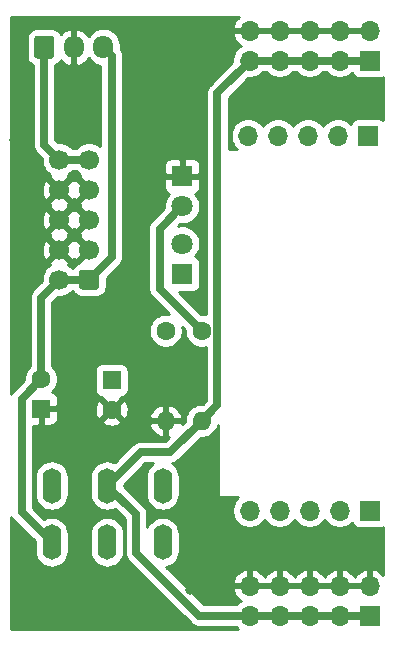
<source format=gbr>
%TF.GenerationSoftware,KiCad,Pcbnew,5.1.9+dfsg1-1~bpo10+1*%
%TF.CreationDate,2022-02-06T15:46:01+08:00*%
%TF.ProjectId,euro2breadboard,6575726f-3262-4726-9561-64626f617264,rev?*%
%TF.SameCoordinates,Original*%
%TF.FileFunction,Copper,L1,Top*%
%TF.FilePolarity,Positive*%
%FSLAX46Y46*%
G04 Gerber Fmt 4.6, Leading zero omitted, Abs format (unit mm)*
G04 Created by KiCad (PCBNEW 5.1.9+dfsg1-1~bpo10+1) date 2022-02-06 15:46:01*
%MOMM*%
%LPD*%
G01*
G04 APERTURE LIST*
%TA.AperFunction,ComponentPad*%
%ADD10O,1.600000X3.000000*%
%TD*%
%TA.AperFunction,ComponentPad*%
%ADD11C,1.600000*%
%TD*%
%TA.AperFunction,ComponentPad*%
%ADD12R,1.600000X1.600000*%
%TD*%
%TA.AperFunction,ComponentPad*%
%ADD13C,1.700000*%
%TD*%
%TA.AperFunction,ComponentPad*%
%ADD14R,1.700000X1.700000*%
%TD*%
%TA.AperFunction,ComponentPad*%
%ADD15O,1.700000X1.700000*%
%TD*%
%TA.AperFunction,ComponentPad*%
%ADD16O,1.700000X1.950000*%
%TD*%
%TA.AperFunction,ComponentPad*%
%ADD17C,1.800000*%
%TD*%
%TA.AperFunction,ComponentPad*%
%ADD18R,1.800000X1.800000*%
%TD*%
%TA.AperFunction,ComponentPad*%
%ADD19O,1.600000X1.600000*%
%TD*%
%TA.AperFunction,ViaPad*%
%ADD20C,0.800000*%
%TD*%
%TA.AperFunction,Conductor*%
%ADD21C,0.650000*%
%TD*%
%TA.AperFunction,Conductor*%
%ADD22C,0.254000*%
%TD*%
%TA.AperFunction,Conductor*%
%ADD23C,0.100000*%
%TD*%
G04 APERTURE END LIST*
D10*
%TO.P,SW1,2*%
%TO.N,Net-(BB_POWER_PINS1-Pad1)*%
X76200000Y-80425000D03*
%TO.P,SW1,1*%
%TO.N,N/C*%
X80900000Y-80425000D03*
%TO.P,SW1,3*%
%TO.N,+12V*%
X71500000Y-80425000D03*
%TO.P,SW1,5*%
%TO.N,Net-(NEG_12V_LED1-Pad1)*%
X76200000Y-85225000D03*
%TO.P,SW1,4*%
%TO.N,N/C*%
X80900000Y-85225000D03*
%TO.P,SW1,6*%
%TO.N,-12V*%
X71500000Y-85225000D03*
%TD*%
D11*
%TO.P,C1,2*%
%TO.N,GND*%
X76581000Y-74001000D03*
D12*
%TO.P,C1,1*%
%TO.N,+12V*%
X76581000Y-71501000D03*
%TD*%
%TO.P,C2,1*%
%TO.N,GND*%
X70612000Y-73914000D03*
D11*
%TO.P,C2,2*%
%TO.N,-12V*%
X70612000Y-71414000D03*
%TD*%
%TO.P,J2,1*%
%TO.N,-12V*%
%TA.AperFunction,ComponentPad*%
G36*
G01*
X75526000Y-62392000D02*
X75526000Y-63592000D01*
G75*
G02*
X75276000Y-63842000I-250000J0D01*
G01*
X74076000Y-63842000D01*
G75*
G02*
X73826000Y-63592000I0J250000D01*
G01*
X73826000Y-62392000D01*
G75*
G02*
X74076000Y-62142000I250000J0D01*
G01*
X75276000Y-62142000D01*
G75*
G02*
X75526000Y-62392000I0J-250000D01*
G01*
G37*
%TD.AperFunction*%
D13*
%TO.P,J2,3*%
%TO.N,GND*%
X74676000Y-60452000D03*
%TO.P,J2,5*%
X74676000Y-57912000D03*
%TO.P,J2,7*%
X74676000Y-55372000D03*
%TO.P,J2,9*%
%TO.N,+12V*%
X74676000Y-52832000D03*
%TO.P,J2,2*%
%TO.N,-12V*%
X72136000Y-62992000D03*
%TO.P,J2,4*%
%TO.N,GND*%
X72136000Y-60452000D03*
%TO.P,J2,6*%
X72136000Y-57912000D03*
%TO.P,J2,8*%
X72136000Y-55372000D03*
%TO.P,J2,10*%
%TO.N,+12V*%
X72136000Y-52832000D03*
%TD*%
D14*
%TO.P,BB_POWER_PINS1,1*%
%TO.N,Net-(BB_POWER_PINS1-Pad1)*%
X98425000Y-91440000D03*
D15*
%TO.P,BB_POWER_PINS1,2*%
%TO.N,GND*%
X98425000Y-88900000D03*
%TO.P,BB_POWER_PINS1,3*%
%TO.N,Net-(BB_POWER_PINS1-Pad1)*%
X95885000Y-91440000D03*
%TO.P,BB_POWER_PINS1,4*%
%TO.N,GND*%
X95885000Y-88900000D03*
%TO.P,BB_POWER_PINS1,5*%
%TO.N,Net-(BB_POWER_PINS1-Pad1)*%
X93345000Y-91440000D03*
%TO.P,BB_POWER_PINS1,6*%
%TO.N,GND*%
X93345000Y-88900000D03*
%TO.P,BB_POWER_PINS1,7*%
%TO.N,Net-(BB_POWER_PINS1-Pad1)*%
X90805000Y-91440000D03*
%TO.P,BB_POWER_PINS1,8*%
%TO.N,GND*%
X90805000Y-88900000D03*
%TO.P,BB_POWER_PINS1,9*%
%TO.N,Net-(BB_POWER_PINS1-Pad1)*%
X88265000Y-91440000D03*
%TO.P,BB_POWER_PINS1,10*%
%TO.N,GND*%
X88265000Y-88900000D03*
%TD*%
%TO.P,BB_POWER_PINS2,10*%
%TO.N,GND*%
X88265000Y-41910000D03*
%TO.P,BB_POWER_PINS2,9*%
%TO.N,Net-(BB_POWER_PINS1-Pad1)*%
X88265000Y-44450000D03*
%TO.P,BB_POWER_PINS2,8*%
%TO.N,GND*%
X90805000Y-41910000D03*
%TO.P,BB_POWER_PINS2,7*%
%TO.N,Net-(BB_POWER_PINS1-Pad1)*%
X90805000Y-44450000D03*
%TO.P,BB_POWER_PINS2,6*%
%TO.N,GND*%
X93345000Y-41910000D03*
%TO.P,BB_POWER_PINS2,5*%
%TO.N,Net-(BB_POWER_PINS1-Pad1)*%
X93345000Y-44450000D03*
%TO.P,BB_POWER_PINS2,4*%
%TO.N,GND*%
X95885000Y-41910000D03*
%TO.P,BB_POWER_PINS2,3*%
%TO.N,Net-(BB_POWER_PINS1-Pad1)*%
X95885000Y-44450000D03*
%TO.P,BB_POWER_PINS2,2*%
%TO.N,GND*%
X98425000Y-41910000D03*
D14*
%TO.P,BB_POWER_PINS2,1*%
%TO.N,Net-(BB_POWER_PINS1-Pad1)*%
X98425000Y-44450000D03*
%TD*%
%TO.P,J1,1*%
%TO.N,+12V*%
%TA.AperFunction,ComponentPad*%
G36*
G01*
X70016000Y-44032000D02*
X70016000Y-42582000D01*
G75*
G02*
X70266000Y-42332000I250000J0D01*
G01*
X71466000Y-42332000D01*
G75*
G02*
X71716000Y-42582000I0J-250000D01*
G01*
X71716000Y-44032000D01*
G75*
G02*
X71466000Y-44282000I-250000J0D01*
G01*
X70266000Y-44282000D01*
G75*
G02*
X70016000Y-44032000I0J250000D01*
G01*
G37*
%TD.AperFunction*%
D16*
%TO.P,J1,2*%
%TO.N,GND*%
X73366000Y-43307000D03*
%TO.P,J1,3*%
%TO.N,-12V*%
X75866000Y-43307000D03*
%TD*%
D14*
%TO.P,NEG_12V_PINS1,1*%
%TO.N,Net-(NEG_12V_LED1-Pad1)*%
X98298000Y-50800000D03*
D15*
%TO.P,NEG_12V_PINS1,2*%
X95758000Y-50800000D03*
%TO.P,NEG_12V_PINS1,3*%
X93218000Y-50800000D03*
%TO.P,NEG_12V_PINS1,4*%
X90678000Y-50800000D03*
%TO.P,NEG_12V_PINS1,5*%
X88138000Y-50800000D03*
%TD*%
%TO.P,NEG_12V_PINS2,5*%
%TO.N,Net-(NEG_12V_LED1-Pad1)*%
X88265000Y-82550000D03*
%TO.P,NEG_12V_PINS2,4*%
X90805000Y-82550000D03*
%TO.P,NEG_12V_PINS2,3*%
X93345000Y-82550000D03*
%TO.P,NEG_12V_PINS2,2*%
X95885000Y-82550000D03*
D14*
%TO.P,NEG_12V_PINS2,1*%
X98425000Y-82550000D03*
%TD*%
D17*
%TO.P,-12V,2*%
%TO.N,Net-(NEG_12V_LED1-Pad2)*%
X82550000Y-59944000D03*
D18*
%TO.P,-12V,1*%
%TO.N,Net-(NEG_12V_LED1-Pad1)*%
X82550000Y-62484000D03*
%TD*%
%TO.P,+12V,1*%
%TO.N,GND*%
X82550000Y-54229000D03*
D17*
%TO.P,+12V,2*%
%TO.N,Net-(POS_12V_LED1-Pad2)*%
X82550000Y-56769000D03*
%TD*%
D19*
%TO.P,R1,2*%
%TO.N,Net-(BB_POWER_PINS1-Pad1)*%
X84201000Y-74930000D03*
D11*
%TO.P,R1,1*%
%TO.N,Net-(POS_12V_LED1-Pad2)*%
X84201000Y-67310000D03*
%TD*%
%TO.P,R2,1*%
%TO.N,Net-(NEG_12V_LED1-Pad2)*%
X81153000Y-67310000D03*
D19*
%TO.P,R2,2*%
%TO.N,GND*%
X81153000Y-74930000D03*
%TD*%
D20*
%TO.N,GND*%
X79883000Y-43307000D03*
X81534000Y-42545000D03*
X81026000Y-43434000D03*
X84328000Y-43180000D03*
X81153000Y-46228000D03*
X81788000Y-48895000D03*
X82804000Y-47879000D03*
X83947000Y-48006000D03*
X82677000Y-50673000D03*
X80010000Y-51816000D03*
X79375000Y-49657000D03*
X87757000Y-46863000D03*
X87122000Y-47879000D03*
X90170000Y-48006000D03*
X93599000Y-46863000D03*
X93853000Y-47879000D03*
X95885000Y-47625000D03*
X98425000Y-46863000D03*
X98679000Y-48260000D03*
X80899000Y-69723000D03*
X80264000Y-70485000D03*
X81280000Y-72263000D03*
X83693000Y-71628000D03*
X84328000Y-69469000D03*
X74930000Y-76835000D03*
X73787000Y-77851000D03*
X72390000Y-77724000D03*
X77724000Y-88011000D03*
X76835000Y-88900000D03*
X68961000Y-88265000D03*
X71120000Y-88392000D03*
X70866000Y-90043000D03*
X84455000Y-85852000D03*
X83439000Y-87884000D03*
X83185000Y-89281000D03*
X88519000Y-85852000D03*
X89916000Y-86741000D03*
X96393000Y-85598000D03*
X98679000Y-86360000D03*
X97282000Y-86741000D03*
X84582000Y-77851000D03*
X73533000Y-65786000D03*
X73533000Y-66929000D03*
X73533000Y-68326000D03*
X73025000Y-69723000D03*
X70358000Y-53721000D03*
X69342000Y-55118000D03*
X69342000Y-59817000D03*
X69088000Y-62230000D03*
X68326000Y-51181000D03*
X73279000Y-49022000D03*
X73406000Y-49911000D03*
X75184000Y-46863000D03*
%TD*%
D21*
%TO.N,+12V*%
X72136000Y-52832000D02*
X74676000Y-52832000D01*
X70866000Y-51562000D02*
X72136000Y-52832000D01*
X70866000Y-43307000D02*
X70866000Y-51562000D01*
%TO.N,-12V*%
X74676000Y-62992000D02*
X72136000Y-62992000D01*
X70612000Y-64516000D02*
X70612000Y-71414000D01*
X72136000Y-62992000D02*
X70612000Y-64516000D01*
X76581000Y-61087000D02*
X74676000Y-62992000D01*
X75866000Y-43307000D02*
X76581000Y-44022000D01*
X76581000Y-44022000D02*
X76581000Y-61087000D01*
X68961000Y-82686000D02*
X71500000Y-85225000D01*
X70612000Y-71414000D02*
X68961000Y-73065000D01*
X68961000Y-73065000D02*
X68961000Y-82686000D01*
%TO.N,Net-(BB_POWER_PINS1-Pad1)*%
X98425000Y-44450000D02*
X88265000Y-44450000D01*
X85526001Y-47188999D02*
X88265000Y-44450000D01*
X85526001Y-73604999D02*
X85526001Y-47188999D01*
X84201000Y-74930000D02*
X85526001Y-73604999D01*
X84201000Y-74930000D02*
X81534000Y-77597000D01*
X79028000Y-77597000D02*
X76200000Y-80425000D01*
X81534000Y-77597000D02*
X79028000Y-77597000D01*
X76200000Y-80425000D02*
X78649001Y-82874001D01*
X83974998Y-91440000D02*
X98425000Y-91440000D01*
X78649001Y-86114003D02*
X83974998Y-91440000D01*
X78649001Y-82874001D02*
X78649001Y-86114003D01*
%TO.N,Net-(POS_12V_LED1-Pad2)*%
X80645000Y-63754000D02*
X84201000Y-67310000D01*
X82550000Y-56769000D02*
X80645000Y-58674000D01*
X80645000Y-58674000D02*
X80645000Y-63754000D01*
%TD*%
D22*
%TO.N,GND*%
X87264731Y-40812412D02*
X87069822Y-41028645D01*
X86920843Y-41278748D01*
X86823519Y-41553109D01*
X86944186Y-41783000D01*
X88138000Y-41783000D01*
X88138000Y-41763000D01*
X88392000Y-41763000D01*
X88392000Y-41783000D01*
X90678000Y-41783000D01*
X90678000Y-41763000D01*
X90932000Y-41763000D01*
X90932000Y-41783000D01*
X93218000Y-41783000D01*
X93218000Y-41763000D01*
X93472000Y-41763000D01*
X93472000Y-41783000D01*
X95758000Y-41783000D01*
X95758000Y-41763000D01*
X96012000Y-41763000D01*
X96012000Y-41783000D01*
X98298000Y-41783000D01*
X98298000Y-41763000D01*
X98552000Y-41763000D01*
X98552000Y-41783000D01*
X98572000Y-41783000D01*
X98572000Y-42037000D01*
X98552000Y-42037000D01*
X98552000Y-42057000D01*
X98298000Y-42057000D01*
X98298000Y-42037000D01*
X96012000Y-42037000D01*
X96012000Y-42057000D01*
X95758000Y-42057000D01*
X95758000Y-42037000D01*
X93472000Y-42037000D01*
X93472000Y-42057000D01*
X93218000Y-42057000D01*
X93218000Y-42037000D01*
X90932000Y-42037000D01*
X90932000Y-42057000D01*
X90678000Y-42057000D01*
X90678000Y-42037000D01*
X88392000Y-42037000D01*
X88392000Y-42057000D01*
X88138000Y-42057000D01*
X88138000Y-42037000D01*
X86944186Y-42037000D01*
X86823519Y-42266891D01*
X86920843Y-42541252D01*
X87069822Y-42791355D01*
X87264731Y-43007588D01*
X87494406Y-43178900D01*
X87318368Y-43296525D01*
X87111525Y-43503368D01*
X86949010Y-43746589D01*
X86837068Y-44016842D01*
X86780000Y-44303740D01*
X86780000Y-44577355D01*
X84880527Y-46476829D01*
X84843895Y-46506892D01*
X84813831Y-46543525D01*
X84813830Y-46543526D01*
X84723928Y-46653071D01*
X84634785Y-46819846D01*
X84579892Y-47000807D01*
X84561357Y-47188999D01*
X84566002Y-47236161D01*
X84566001Y-65919491D01*
X84342335Y-65875000D01*
X84123645Y-65875000D01*
X82270716Y-64022072D01*
X83450000Y-64022072D01*
X83574482Y-64009812D01*
X83694180Y-63973502D01*
X83804494Y-63914537D01*
X83901185Y-63835185D01*
X83980537Y-63738494D01*
X84039502Y-63628180D01*
X84075812Y-63508482D01*
X84088072Y-63384000D01*
X84088072Y-61584000D01*
X84075812Y-61459518D01*
X84039502Y-61339820D01*
X83980537Y-61229506D01*
X83901185Y-61132815D01*
X83804494Y-61053463D01*
X83694180Y-60994498D01*
X83675873Y-60988944D01*
X83742312Y-60922505D01*
X83910299Y-60671095D01*
X84026011Y-60391743D01*
X84085000Y-60095184D01*
X84085000Y-59792816D01*
X84026011Y-59496257D01*
X83910299Y-59216905D01*
X83742312Y-58965495D01*
X83528505Y-58751688D01*
X83277095Y-58583701D01*
X82997743Y-58467989D01*
X82701184Y-58409000D01*
X82398816Y-58409000D01*
X82235074Y-58441570D01*
X82376987Y-58299658D01*
X82398816Y-58304000D01*
X82701184Y-58304000D01*
X82997743Y-58245011D01*
X83277095Y-58129299D01*
X83528505Y-57961312D01*
X83742312Y-57747505D01*
X83910299Y-57496095D01*
X84026011Y-57216743D01*
X84085000Y-56920184D01*
X84085000Y-56617816D01*
X84026011Y-56321257D01*
X83910299Y-56041905D01*
X83742312Y-55790495D01*
X83675873Y-55724056D01*
X83694180Y-55718502D01*
X83804494Y-55659537D01*
X83901185Y-55580185D01*
X83980537Y-55483494D01*
X84039502Y-55373180D01*
X84075812Y-55253482D01*
X84088072Y-55129000D01*
X84085000Y-54514750D01*
X83926250Y-54356000D01*
X82677000Y-54356000D01*
X82677000Y-54376000D01*
X82423000Y-54376000D01*
X82423000Y-54356000D01*
X81173750Y-54356000D01*
X81015000Y-54514750D01*
X81011928Y-55129000D01*
X81024188Y-55253482D01*
X81060498Y-55373180D01*
X81119463Y-55483494D01*
X81198815Y-55580185D01*
X81295506Y-55659537D01*
X81405820Y-55718502D01*
X81424127Y-55724056D01*
X81357688Y-55790495D01*
X81189701Y-56041905D01*
X81073989Y-56321257D01*
X81015000Y-56617816D01*
X81015000Y-56920184D01*
X81019342Y-56942013D01*
X79999531Y-57961825D01*
X79962893Y-57991893D01*
X79842927Y-58138072D01*
X79753784Y-58304847D01*
X79698890Y-58485808D01*
X79685000Y-58626839D01*
X79685000Y-58626848D01*
X79680356Y-58674000D01*
X79685000Y-58721152D01*
X79685001Y-63706838D01*
X79680356Y-63754000D01*
X79685001Y-63801162D01*
X79698891Y-63942193D01*
X79715543Y-63997086D01*
X79753784Y-64123153D01*
X79842927Y-64289928D01*
X79932829Y-64399473D01*
X79962894Y-64436107D01*
X79999526Y-64466170D01*
X81436668Y-65903312D01*
X81294335Y-65875000D01*
X81011665Y-65875000D01*
X80734426Y-65930147D01*
X80473273Y-66038320D01*
X80238241Y-66195363D01*
X80038363Y-66395241D01*
X79881320Y-66630273D01*
X79773147Y-66891426D01*
X79718000Y-67168665D01*
X79718000Y-67451335D01*
X79773147Y-67728574D01*
X79881320Y-67989727D01*
X80038363Y-68224759D01*
X80238241Y-68424637D01*
X80473273Y-68581680D01*
X80734426Y-68689853D01*
X81011665Y-68745000D01*
X81294335Y-68745000D01*
X81571574Y-68689853D01*
X81832727Y-68581680D01*
X82067759Y-68424637D01*
X82267637Y-68224759D01*
X82424680Y-67989727D01*
X82532853Y-67728574D01*
X82588000Y-67451335D01*
X82588000Y-67168665D01*
X82559688Y-67026333D01*
X82766000Y-67232645D01*
X82766000Y-67451335D01*
X82821147Y-67728574D01*
X82929320Y-67989727D01*
X83086363Y-68224759D01*
X83286241Y-68424637D01*
X83521273Y-68581680D01*
X83782426Y-68689853D01*
X84059665Y-68745000D01*
X84342335Y-68745000D01*
X84566001Y-68700509D01*
X84566001Y-73207354D01*
X84278355Y-73495000D01*
X84059665Y-73495000D01*
X83782426Y-73550147D01*
X83521273Y-73658320D01*
X83286241Y-73815363D01*
X83086363Y-74015241D01*
X82929320Y-74250273D01*
X82821147Y-74511426D01*
X82766000Y-74788665D01*
X82766000Y-75007355D01*
X82527036Y-75246319D01*
X82423624Y-75057000D01*
X81280000Y-75057000D01*
X81280000Y-76199915D01*
X81469390Y-76303966D01*
X81136356Y-76637000D01*
X79075160Y-76637000D01*
X79028000Y-76632355D01*
X78980840Y-76637000D01*
X78980838Y-76637000D01*
X78839807Y-76650890D01*
X78658846Y-76705784D01*
X78492071Y-76794927D01*
X78382526Y-76884829D01*
X78345893Y-76914893D01*
X78315829Y-76951526D01*
X76831788Y-78435568D01*
X76751808Y-78392818D01*
X76481309Y-78310764D01*
X76200000Y-78283057D01*
X75918692Y-78310764D01*
X75648193Y-78392818D01*
X75398900Y-78526068D01*
X75180393Y-78705392D01*
X75001069Y-78923899D01*
X74867819Y-79173192D01*
X74785764Y-79443691D01*
X74765000Y-79654508D01*
X74765000Y-81195491D01*
X74785764Y-81406308D01*
X74867818Y-81676807D01*
X75001068Y-81926100D01*
X75180392Y-82144607D01*
X75398899Y-82323932D01*
X75648192Y-82457182D01*
X75918691Y-82539236D01*
X76200000Y-82566943D01*
X76481308Y-82539236D01*
X76751807Y-82457182D01*
X76831787Y-82414432D01*
X77689001Y-83271646D01*
X77689002Y-86066841D01*
X77684357Y-86114003D01*
X77702892Y-86302195D01*
X77757785Y-86483156D01*
X77846928Y-86649931D01*
X77909439Y-86726100D01*
X77966895Y-86796110D01*
X78003528Y-86826174D01*
X83262827Y-92085474D01*
X83292891Y-92122107D01*
X83329523Y-92152170D01*
X83439069Y-92242073D01*
X83605844Y-92331216D01*
X83786805Y-92386110D01*
X83927836Y-92400000D01*
X83927845Y-92400000D01*
X83974997Y-92404644D01*
X84022149Y-92400000D01*
X87124893Y-92400000D01*
X87307893Y-92583000D01*
X68072000Y-92583000D01*
X68072000Y-83059299D01*
X68158927Y-83221928D01*
X68184765Y-83253411D01*
X68278894Y-83368107D01*
X68315526Y-83398170D01*
X70065000Y-85147645D01*
X70065000Y-85995491D01*
X70085764Y-86206308D01*
X70167818Y-86476807D01*
X70301068Y-86726100D01*
X70480392Y-86944607D01*
X70698899Y-87123932D01*
X70948192Y-87257182D01*
X71218691Y-87339236D01*
X71500000Y-87366943D01*
X71781308Y-87339236D01*
X72051807Y-87257182D01*
X72301100Y-87123932D01*
X72519607Y-86944608D01*
X72698932Y-86726101D01*
X72832182Y-86476808D01*
X72914236Y-86206309D01*
X72935000Y-85995492D01*
X72935000Y-84454508D01*
X74765000Y-84454508D01*
X74765000Y-85995491D01*
X74785764Y-86206308D01*
X74867818Y-86476807D01*
X75001068Y-86726100D01*
X75180392Y-86944607D01*
X75398899Y-87123932D01*
X75648192Y-87257182D01*
X75918691Y-87339236D01*
X76200000Y-87366943D01*
X76481308Y-87339236D01*
X76751807Y-87257182D01*
X77001100Y-87123932D01*
X77219607Y-86944608D01*
X77398932Y-86726101D01*
X77532182Y-86476808D01*
X77614236Y-86206309D01*
X77635000Y-85995492D01*
X77635000Y-84454508D01*
X77614236Y-84243691D01*
X77532182Y-83973192D01*
X77398932Y-83723899D01*
X77219608Y-83505392D01*
X77001101Y-83326068D01*
X76751808Y-83192818D01*
X76481309Y-83110764D01*
X76200000Y-83083057D01*
X75918692Y-83110764D01*
X75648193Y-83192818D01*
X75398900Y-83326068D01*
X75180393Y-83505392D01*
X75001069Y-83723899D01*
X74867819Y-83973192D01*
X74785764Y-84243691D01*
X74765000Y-84454508D01*
X72935000Y-84454508D01*
X72914236Y-84243691D01*
X72832182Y-83973192D01*
X72698932Y-83723899D01*
X72519608Y-83505392D01*
X72301101Y-83326068D01*
X72051808Y-83192818D01*
X71781309Y-83110764D01*
X71500000Y-83083057D01*
X71218692Y-83110764D01*
X70948193Y-83192818D01*
X70868213Y-83235568D01*
X69921000Y-82288356D01*
X69921000Y-79654508D01*
X70065000Y-79654508D01*
X70065000Y-81195491D01*
X70085764Y-81406308D01*
X70167818Y-81676807D01*
X70301068Y-81926100D01*
X70480392Y-82144607D01*
X70698899Y-82323932D01*
X70948192Y-82457182D01*
X71218691Y-82539236D01*
X71500000Y-82566943D01*
X71781308Y-82539236D01*
X72051807Y-82457182D01*
X72301100Y-82323932D01*
X72519607Y-82144608D01*
X72698932Y-81926101D01*
X72832182Y-81676808D01*
X72914236Y-81406309D01*
X72935000Y-81195492D01*
X72935000Y-79654508D01*
X72914236Y-79443691D01*
X72832182Y-79173192D01*
X72698932Y-78923899D01*
X72519608Y-78705392D01*
X72301101Y-78526068D01*
X72051808Y-78392818D01*
X71781309Y-78310764D01*
X71500000Y-78283057D01*
X71218692Y-78310764D01*
X70948193Y-78392818D01*
X70698900Y-78526068D01*
X70480393Y-78705392D01*
X70301069Y-78923899D01*
X70167819Y-79173192D01*
X70085764Y-79443691D01*
X70065000Y-79654508D01*
X69921000Y-79654508D01*
X69921000Y-75351421D01*
X70326250Y-75349000D01*
X70485000Y-75190250D01*
X70485000Y-74041000D01*
X70739000Y-74041000D01*
X70739000Y-75190250D01*
X70897750Y-75349000D01*
X71412000Y-75352072D01*
X71536482Y-75339812D01*
X71656180Y-75303502D01*
X71766494Y-75244537D01*
X71863185Y-75165185D01*
X71942537Y-75068494D01*
X71982514Y-74993702D01*
X75767903Y-74993702D01*
X75839486Y-75237671D01*
X76094996Y-75358571D01*
X76369184Y-75427300D01*
X76651512Y-75441217D01*
X76931130Y-75399787D01*
X77197292Y-75304603D01*
X77245117Y-75279040D01*
X79761091Y-75279040D01*
X79855930Y-75543881D01*
X80000615Y-75785131D01*
X80189586Y-75993519D01*
X80415580Y-76161037D01*
X80669913Y-76281246D01*
X80803961Y-76321904D01*
X81026000Y-76199915D01*
X81026000Y-75057000D01*
X79882376Y-75057000D01*
X79761091Y-75279040D01*
X77245117Y-75279040D01*
X77322514Y-75237671D01*
X77394097Y-74993702D01*
X76581000Y-74180605D01*
X75767903Y-74993702D01*
X71982514Y-74993702D01*
X72001502Y-74958180D01*
X72037812Y-74838482D01*
X72050072Y-74714000D01*
X72047000Y-74199750D01*
X71918762Y-74071512D01*
X75140783Y-74071512D01*
X75182213Y-74351130D01*
X75277397Y-74617292D01*
X75344329Y-74742514D01*
X75588298Y-74814097D01*
X76401395Y-74001000D01*
X76760605Y-74001000D01*
X77573702Y-74814097D01*
X77817671Y-74742514D01*
X77894113Y-74580960D01*
X79761091Y-74580960D01*
X79882376Y-74803000D01*
X81026000Y-74803000D01*
X81026000Y-73660085D01*
X81280000Y-73660085D01*
X81280000Y-74803000D01*
X82423624Y-74803000D01*
X82544909Y-74580960D01*
X82450070Y-74316119D01*
X82305385Y-74074869D01*
X82116414Y-73866481D01*
X81890420Y-73698963D01*
X81636087Y-73578754D01*
X81502039Y-73538096D01*
X81280000Y-73660085D01*
X81026000Y-73660085D01*
X80803961Y-73538096D01*
X80669913Y-73578754D01*
X80415580Y-73698963D01*
X80189586Y-73866481D01*
X80000615Y-74074869D01*
X79855930Y-74316119D01*
X79761091Y-74580960D01*
X77894113Y-74580960D01*
X77938571Y-74487004D01*
X78007300Y-74212816D01*
X78021217Y-73930488D01*
X77979787Y-73650870D01*
X77884603Y-73384708D01*
X77817671Y-73259486D01*
X77573702Y-73187903D01*
X76760605Y-74001000D01*
X76401395Y-74001000D01*
X75588298Y-73187903D01*
X75344329Y-73259486D01*
X75223429Y-73514996D01*
X75154700Y-73789184D01*
X75140783Y-74071512D01*
X71918762Y-74071512D01*
X71888250Y-74041000D01*
X70739000Y-74041000D01*
X70485000Y-74041000D01*
X70465000Y-74041000D01*
X70465000Y-73787000D01*
X70485000Y-73787000D01*
X70485000Y-73767000D01*
X70739000Y-73767000D01*
X70739000Y-73787000D01*
X71888250Y-73787000D01*
X72047000Y-73628250D01*
X72050072Y-73114000D01*
X72037812Y-72989518D01*
X72001502Y-72869820D01*
X71942537Y-72759506D01*
X71863185Y-72662815D01*
X71766494Y-72583463D01*
X71656180Y-72524498D01*
X71560057Y-72495339D01*
X71726637Y-72328759D01*
X71883680Y-72093727D01*
X71991853Y-71832574D01*
X72047000Y-71555335D01*
X72047000Y-71272665D01*
X71991853Y-70995426D01*
X71883680Y-70734273D01*
X71861448Y-70701000D01*
X75142928Y-70701000D01*
X75142928Y-72301000D01*
X75155188Y-72425482D01*
X75191498Y-72545180D01*
X75250463Y-72655494D01*
X75329815Y-72752185D01*
X75426506Y-72831537D01*
X75536820Y-72890502D01*
X75656518Y-72926812D01*
X75781000Y-72939072D01*
X75788215Y-72939072D01*
X75767903Y-73008298D01*
X76581000Y-73821395D01*
X77394097Y-73008298D01*
X77373785Y-72939072D01*
X77381000Y-72939072D01*
X77505482Y-72926812D01*
X77625180Y-72890502D01*
X77735494Y-72831537D01*
X77832185Y-72752185D01*
X77911537Y-72655494D01*
X77970502Y-72545180D01*
X78006812Y-72425482D01*
X78019072Y-72301000D01*
X78019072Y-70701000D01*
X78006812Y-70576518D01*
X77970502Y-70456820D01*
X77911537Y-70346506D01*
X77832185Y-70249815D01*
X77735494Y-70170463D01*
X77625180Y-70111498D01*
X77505482Y-70075188D01*
X77381000Y-70062928D01*
X75781000Y-70062928D01*
X75656518Y-70075188D01*
X75536820Y-70111498D01*
X75426506Y-70170463D01*
X75329815Y-70249815D01*
X75250463Y-70346506D01*
X75191498Y-70456820D01*
X75155188Y-70576518D01*
X75142928Y-70701000D01*
X71861448Y-70701000D01*
X71726637Y-70499241D01*
X71572000Y-70344604D01*
X71572000Y-64913644D01*
X72008644Y-64477000D01*
X72282260Y-64477000D01*
X72569158Y-64419932D01*
X72839411Y-64307990D01*
X73082632Y-64145475D01*
X73269715Y-63958392D01*
X73337595Y-64085386D01*
X73448038Y-64219962D01*
X73582614Y-64330405D01*
X73736150Y-64412472D01*
X73902746Y-64463008D01*
X74076000Y-64480072D01*
X75276000Y-64480072D01*
X75449254Y-64463008D01*
X75615850Y-64412472D01*
X75769386Y-64330405D01*
X75903962Y-64219962D01*
X76014405Y-64085386D01*
X76096472Y-63931850D01*
X76147008Y-63765254D01*
X76164072Y-63592000D01*
X76164072Y-62861572D01*
X77226474Y-61799171D01*
X77263107Y-61769107D01*
X77339510Y-61676010D01*
X77383073Y-61622929D01*
X77472216Y-61456154D01*
X77483180Y-61420011D01*
X77527110Y-61275193D01*
X77541000Y-61134162D01*
X77541000Y-61134160D01*
X77545645Y-61087000D01*
X77541000Y-61039840D01*
X77541000Y-53329000D01*
X81011928Y-53329000D01*
X81015000Y-53943250D01*
X81173750Y-54102000D01*
X82423000Y-54102000D01*
X82423000Y-52852750D01*
X82677000Y-52852750D01*
X82677000Y-54102000D01*
X83926250Y-54102000D01*
X84085000Y-53943250D01*
X84088072Y-53329000D01*
X84075812Y-53204518D01*
X84039502Y-53084820D01*
X83980537Y-52974506D01*
X83901185Y-52877815D01*
X83804494Y-52798463D01*
X83694180Y-52739498D01*
X83574482Y-52703188D01*
X83450000Y-52690928D01*
X82835750Y-52694000D01*
X82677000Y-52852750D01*
X82423000Y-52852750D01*
X82264250Y-52694000D01*
X81650000Y-52690928D01*
X81525518Y-52703188D01*
X81405820Y-52739498D01*
X81295506Y-52798463D01*
X81198815Y-52877815D01*
X81119463Y-52974506D01*
X81060498Y-53084820D01*
X81024188Y-53204518D01*
X81011928Y-53329000D01*
X77541000Y-53329000D01*
X77541000Y-44069160D01*
X77545645Y-44022000D01*
X77535015Y-43914072D01*
X77527110Y-43833807D01*
X77472216Y-43652846D01*
X77385173Y-43490000D01*
X77383073Y-43486071D01*
X77351000Y-43446990D01*
X77351000Y-43109050D01*
X77329513Y-42890889D01*
X77244599Y-42610966D01*
X77106706Y-42352986D01*
X76921134Y-42126866D01*
X76695013Y-41941294D01*
X76437033Y-41803401D01*
X76157110Y-41718487D01*
X75866000Y-41689815D01*
X75574889Y-41718487D01*
X75294966Y-41803401D01*
X75036986Y-41941294D01*
X74810866Y-42126866D01*
X74625294Y-42352987D01*
X74611538Y-42378722D01*
X74455049Y-42172571D01*
X74237193Y-41979504D01*
X73985858Y-41832648D01*
X73722890Y-41740524D01*
X73493000Y-41861845D01*
X73493000Y-43180000D01*
X73513000Y-43180000D01*
X73513000Y-43434000D01*
X73493000Y-43434000D01*
X73493000Y-44752155D01*
X73722890Y-44873476D01*
X73985858Y-44781352D01*
X74237193Y-44634496D01*
X74455049Y-44441429D01*
X74611538Y-44235278D01*
X74625294Y-44261014D01*
X74810866Y-44487134D01*
X75036987Y-44672706D01*
X75294967Y-44810599D01*
X75574890Y-44895513D01*
X75621000Y-44900054D01*
X75621000Y-51677435D01*
X75379411Y-51516010D01*
X75109158Y-51404068D01*
X74822260Y-51347000D01*
X74529740Y-51347000D01*
X74242842Y-51404068D01*
X73972589Y-51516010D01*
X73729368Y-51678525D01*
X73535893Y-51872000D01*
X73276107Y-51872000D01*
X73082632Y-51678525D01*
X72839411Y-51516010D01*
X72569158Y-51404068D01*
X72282260Y-51347000D01*
X72008644Y-51347000D01*
X71826000Y-51164356D01*
X71826000Y-44841702D01*
X71959386Y-44770405D01*
X72093962Y-44659962D01*
X72204405Y-44525386D01*
X72260714Y-44420039D01*
X72276951Y-44441429D01*
X72494807Y-44634496D01*
X72746142Y-44781352D01*
X73009110Y-44873476D01*
X73239000Y-44752155D01*
X73239000Y-43434000D01*
X73219000Y-43434000D01*
X73219000Y-43180000D01*
X73239000Y-43180000D01*
X73239000Y-41861845D01*
X73009110Y-41740524D01*
X72746142Y-41832648D01*
X72494807Y-41979504D01*
X72276951Y-42172571D01*
X72260714Y-42193961D01*
X72204405Y-42088614D01*
X72093962Y-41954038D01*
X71959386Y-41843595D01*
X71805850Y-41761528D01*
X71639254Y-41710992D01*
X71466000Y-41693928D01*
X70266000Y-41693928D01*
X70092746Y-41710992D01*
X69926150Y-41761528D01*
X69772614Y-41843595D01*
X69638038Y-41954038D01*
X69527595Y-42088614D01*
X69445528Y-42242150D01*
X69394992Y-42408746D01*
X69377928Y-42582000D01*
X69377928Y-44032000D01*
X69394992Y-44205254D01*
X69445528Y-44371850D01*
X69527595Y-44525386D01*
X69638038Y-44659962D01*
X69772614Y-44770405D01*
X69906000Y-44841702D01*
X69906001Y-51514838D01*
X69901356Y-51562000D01*
X69906001Y-51609162D01*
X69912833Y-51678525D01*
X69919891Y-51750192D01*
X69974784Y-51931153D01*
X70063927Y-52097928D01*
X70153829Y-52207473D01*
X70183894Y-52244107D01*
X70220526Y-52274170D01*
X70651000Y-52704644D01*
X70651000Y-52978260D01*
X70708068Y-53265158D01*
X70820010Y-53535411D01*
X70982525Y-53778632D01*
X71189368Y-53985475D01*
X71362729Y-54101311D01*
X71287208Y-54343603D01*
X72136000Y-55192395D01*
X72984792Y-54343603D01*
X72909271Y-54101311D01*
X73082632Y-53985475D01*
X73276107Y-53792000D01*
X73535893Y-53792000D01*
X73729368Y-53985475D01*
X73902729Y-54101311D01*
X73827208Y-54343603D01*
X74676000Y-55192395D01*
X74690143Y-55178253D01*
X74869748Y-55357858D01*
X74855605Y-55372000D01*
X74869748Y-55386143D01*
X74690143Y-55565748D01*
X74676000Y-55551605D01*
X73827208Y-56400397D01*
X73902514Y-56642000D01*
X73827208Y-56883603D01*
X74676000Y-57732395D01*
X74690143Y-57718253D01*
X74869748Y-57897858D01*
X74855605Y-57912000D01*
X74869748Y-57926143D01*
X74690143Y-58105748D01*
X74676000Y-58091605D01*
X73827208Y-58940397D01*
X73902514Y-59182000D01*
X73827208Y-59423603D01*
X74676000Y-60272395D01*
X74690143Y-60258253D01*
X74869748Y-60437858D01*
X74855605Y-60452000D01*
X74869748Y-60466143D01*
X74690143Y-60645748D01*
X74676000Y-60631605D01*
X73827208Y-61480397D01*
X73845293Y-61538420D01*
X73736150Y-61571528D01*
X73582614Y-61653595D01*
X73448038Y-61764038D01*
X73337595Y-61898614D01*
X73269715Y-62025608D01*
X73082632Y-61838525D01*
X72909271Y-61722689D01*
X72984792Y-61480397D01*
X72136000Y-60631605D01*
X71287208Y-61480397D01*
X71362729Y-61722689D01*
X71189368Y-61838525D01*
X70982525Y-62045368D01*
X70820010Y-62288589D01*
X70708068Y-62558842D01*
X70651000Y-62845740D01*
X70651000Y-63119356D01*
X69966531Y-63803825D01*
X69929893Y-63833893D01*
X69809927Y-63980072D01*
X69720784Y-64146847D01*
X69665890Y-64327808D01*
X69652000Y-64468839D01*
X69652000Y-64468848D01*
X69647356Y-64516000D01*
X69652000Y-64563152D01*
X69652001Y-70344603D01*
X69497363Y-70499241D01*
X69340320Y-70734273D01*
X69232147Y-70995426D01*
X69177000Y-71272665D01*
X69177000Y-71491355D01*
X68315531Y-72352825D01*
X68278893Y-72382893D01*
X68158927Y-72529072D01*
X68072000Y-72691701D01*
X68072000Y-60520531D01*
X70645389Y-60520531D01*
X70687401Y-60810019D01*
X70785081Y-61085747D01*
X70858528Y-61223157D01*
X71107603Y-61300792D01*
X71956395Y-60452000D01*
X72315605Y-60452000D01*
X73164397Y-61300792D01*
X73406000Y-61225486D01*
X73647603Y-61300792D01*
X74496395Y-60452000D01*
X73647603Y-59603208D01*
X73406000Y-59678514D01*
X73164397Y-59603208D01*
X72315605Y-60452000D01*
X71956395Y-60452000D01*
X71107603Y-59603208D01*
X70858528Y-59680843D01*
X70732629Y-59944883D01*
X70660661Y-60228411D01*
X70645389Y-60520531D01*
X68072000Y-60520531D01*
X68072000Y-58940397D01*
X71287208Y-58940397D01*
X71362514Y-59182000D01*
X71287208Y-59423603D01*
X72136000Y-60272395D01*
X72984792Y-59423603D01*
X72909486Y-59182000D01*
X72984792Y-58940397D01*
X72136000Y-58091605D01*
X71287208Y-58940397D01*
X68072000Y-58940397D01*
X68072000Y-57980531D01*
X70645389Y-57980531D01*
X70687401Y-58270019D01*
X70785081Y-58545747D01*
X70858528Y-58683157D01*
X71107603Y-58760792D01*
X71956395Y-57912000D01*
X72315605Y-57912000D01*
X73164397Y-58760792D01*
X73406000Y-58685486D01*
X73647603Y-58760792D01*
X74496395Y-57912000D01*
X73647603Y-57063208D01*
X73406000Y-57138514D01*
X73164397Y-57063208D01*
X72315605Y-57912000D01*
X71956395Y-57912000D01*
X71107603Y-57063208D01*
X70858528Y-57140843D01*
X70732629Y-57404883D01*
X70660661Y-57688411D01*
X70645389Y-57980531D01*
X68072000Y-57980531D01*
X68072000Y-56400397D01*
X71287208Y-56400397D01*
X71362514Y-56642000D01*
X71287208Y-56883603D01*
X72136000Y-57732395D01*
X72984792Y-56883603D01*
X72909486Y-56642000D01*
X72984792Y-56400397D01*
X72136000Y-55551605D01*
X71287208Y-56400397D01*
X68072000Y-56400397D01*
X68072000Y-55440531D01*
X70645389Y-55440531D01*
X70687401Y-55730019D01*
X70785081Y-56005747D01*
X70858528Y-56143157D01*
X71107603Y-56220792D01*
X71956395Y-55372000D01*
X72315605Y-55372000D01*
X73164397Y-56220792D01*
X73406000Y-56145486D01*
X73647603Y-56220792D01*
X74496395Y-55372000D01*
X73647603Y-54523208D01*
X73406000Y-54598514D01*
X73164397Y-54523208D01*
X72315605Y-55372000D01*
X71956395Y-55372000D01*
X71107603Y-54523208D01*
X70858528Y-54600843D01*
X70732629Y-54864883D01*
X70660661Y-55148411D01*
X70645389Y-55440531D01*
X68072000Y-55440531D01*
X68072000Y-40767000D01*
X87325614Y-40767000D01*
X87264731Y-40812412D01*
%TA.AperFunction,Conductor*%
D23*
G36*
X87264731Y-40812412D02*
G01*
X87069822Y-41028645D01*
X86920843Y-41278748D01*
X86823519Y-41553109D01*
X86944186Y-41783000D01*
X88138000Y-41783000D01*
X88138000Y-41763000D01*
X88392000Y-41763000D01*
X88392000Y-41783000D01*
X90678000Y-41783000D01*
X90678000Y-41763000D01*
X90932000Y-41763000D01*
X90932000Y-41783000D01*
X93218000Y-41783000D01*
X93218000Y-41763000D01*
X93472000Y-41763000D01*
X93472000Y-41783000D01*
X95758000Y-41783000D01*
X95758000Y-41763000D01*
X96012000Y-41763000D01*
X96012000Y-41783000D01*
X98298000Y-41783000D01*
X98298000Y-41763000D01*
X98552000Y-41763000D01*
X98552000Y-41783000D01*
X98572000Y-41783000D01*
X98572000Y-42037000D01*
X98552000Y-42037000D01*
X98552000Y-42057000D01*
X98298000Y-42057000D01*
X98298000Y-42037000D01*
X96012000Y-42037000D01*
X96012000Y-42057000D01*
X95758000Y-42057000D01*
X95758000Y-42037000D01*
X93472000Y-42037000D01*
X93472000Y-42057000D01*
X93218000Y-42057000D01*
X93218000Y-42037000D01*
X90932000Y-42037000D01*
X90932000Y-42057000D01*
X90678000Y-42057000D01*
X90678000Y-42037000D01*
X88392000Y-42037000D01*
X88392000Y-42057000D01*
X88138000Y-42057000D01*
X88138000Y-42037000D01*
X86944186Y-42037000D01*
X86823519Y-42266891D01*
X86920843Y-42541252D01*
X87069822Y-42791355D01*
X87264731Y-43007588D01*
X87494406Y-43178900D01*
X87318368Y-43296525D01*
X87111525Y-43503368D01*
X86949010Y-43746589D01*
X86837068Y-44016842D01*
X86780000Y-44303740D01*
X86780000Y-44577355D01*
X84880527Y-46476829D01*
X84843895Y-46506892D01*
X84813831Y-46543525D01*
X84813830Y-46543526D01*
X84723928Y-46653071D01*
X84634785Y-46819846D01*
X84579892Y-47000807D01*
X84561357Y-47188999D01*
X84566002Y-47236161D01*
X84566001Y-65919491D01*
X84342335Y-65875000D01*
X84123645Y-65875000D01*
X82270716Y-64022072D01*
X83450000Y-64022072D01*
X83574482Y-64009812D01*
X83694180Y-63973502D01*
X83804494Y-63914537D01*
X83901185Y-63835185D01*
X83980537Y-63738494D01*
X84039502Y-63628180D01*
X84075812Y-63508482D01*
X84088072Y-63384000D01*
X84088072Y-61584000D01*
X84075812Y-61459518D01*
X84039502Y-61339820D01*
X83980537Y-61229506D01*
X83901185Y-61132815D01*
X83804494Y-61053463D01*
X83694180Y-60994498D01*
X83675873Y-60988944D01*
X83742312Y-60922505D01*
X83910299Y-60671095D01*
X84026011Y-60391743D01*
X84085000Y-60095184D01*
X84085000Y-59792816D01*
X84026011Y-59496257D01*
X83910299Y-59216905D01*
X83742312Y-58965495D01*
X83528505Y-58751688D01*
X83277095Y-58583701D01*
X82997743Y-58467989D01*
X82701184Y-58409000D01*
X82398816Y-58409000D01*
X82235074Y-58441570D01*
X82376987Y-58299658D01*
X82398816Y-58304000D01*
X82701184Y-58304000D01*
X82997743Y-58245011D01*
X83277095Y-58129299D01*
X83528505Y-57961312D01*
X83742312Y-57747505D01*
X83910299Y-57496095D01*
X84026011Y-57216743D01*
X84085000Y-56920184D01*
X84085000Y-56617816D01*
X84026011Y-56321257D01*
X83910299Y-56041905D01*
X83742312Y-55790495D01*
X83675873Y-55724056D01*
X83694180Y-55718502D01*
X83804494Y-55659537D01*
X83901185Y-55580185D01*
X83980537Y-55483494D01*
X84039502Y-55373180D01*
X84075812Y-55253482D01*
X84088072Y-55129000D01*
X84085000Y-54514750D01*
X83926250Y-54356000D01*
X82677000Y-54356000D01*
X82677000Y-54376000D01*
X82423000Y-54376000D01*
X82423000Y-54356000D01*
X81173750Y-54356000D01*
X81015000Y-54514750D01*
X81011928Y-55129000D01*
X81024188Y-55253482D01*
X81060498Y-55373180D01*
X81119463Y-55483494D01*
X81198815Y-55580185D01*
X81295506Y-55659537D01*
X81405820Y-55718502D01*
X81424127Y-55724056D01*
X81357688Y-55790495D01*
X81189701Y-56041905D01*
X81073989Y-56321257D01*
X81015000Y-56617816D01*
X81015000Y-56920184D01*
X81019342Y-56942013D01*
X79999531Y-57961825D01*
X79962893Y-57991893D01*
X79842927Y-58138072D01*
X79753784Y-58304847D01*
X79698890Y-58485808D01*
X79685000Y-58626839D01*
X79685000Y-58626848D01*
X79680356Y-58674000D01*
X79685000Y-58721152D01*
X79685001Y-63706838D01*
X79680356Y-63754000D01*
X79685001Y-63801162D01*
X79698891Y-63942193D01*
X79715543Y-63997086D01*
X79753784Y-64123153D01*
X79842927Y-64289928D01*
X79932829Y-64399473D01*
X79962894Y-64436107D01*
X79999526Y-64466170D01*
X81436668Y-65903312D01*
X81294335Y-65875000D01*
X81011665Y-65875000D01*
X80734426Y-65930147D01*
X80473273Y-66038320D01*
X80238241Y-66195363D01*
X80038363Y-66395241D01*
X79881320Y-66630273D01*
X79773147Y-66891426D01*
X79718000Y-67168665D01*
X79718000Y-67451335D01*
X79773147Y-67728574D01*
X79881320Y-67989727D01*
X80038363Y-68224759D01*
X80238241Y-68424637D01*
X80473273Y-68581680D01*
X80734426Y-68689853D01*
X81011665Y-68745000D01*
X81294335Y-68745000D01*
X81571574Y-68689853D01*
X81832727Y-68581680D01*
X82067759Y-68424637D01*
X82267637Y-68224759D01*
X82424680Y-67989727D01*
X82532853Y-67728574D01*
X82588000Y-67451335D01*
X82588000Y-67168665D01*
X82559688Y-67026333D01*
X82766000Y-67232645D01*
X82766000Y-67451335D01*
X82821147Y-67728574D01*
X82929320Y-67989727D01*
X83086363Y-68224759D01*
X83286241Y-68424637D01*
X83521273Y-68581680D01*
X83782426Y-68689853D01*
X84059665Y-68745000D01*
X84342335Y-68745000D01*
X84566001Y-68700509D01*
X84566001Y-73207354D01*
X84278355Y-73495000D01*
X84059665Y-73495000D01*
X83782426Y-73550147D01*
X83521273Y-73658320D01*
X83286241Y-73815363D01*
X83086363Y-74015241D01*
X82929320Y-74250273D01*
X82821147Y-74511426D01*
X82766000Y-74788665D01*
X82766000Y-75007355D01*
X82527036Y-75246319D01*
X82423624Y-75057000D01*
X81280000Y-75057000D01*
X81280000Y-76199915D01*
X81469390Y-76303966D01*
X81136356Y-76637000D01*
X79075160Y-76637000D01*
X79028000Y-76632355D01*
X78980840Y-76637000D01*
X78980838Y-76637000D01*
X78839807Y-76650890D01*
X78658846Y-76705784D01*
X78492071Y-76794927D01*
X78382526Y-76884829D01*
X78345893Y-76914893D01*
X78315829Y-76951526D01*
X76831788Y-78435568D01*
X76751808Y-78392818D01*
X76481309Y-78310764D01*
X76200000Y-78283057D01*
X75918692Y-78310764D01*
X75648193Y-78392818D01*
X75398900Y-78526068D01*
X75180393Y-78705392D01*
X75001069Y-78923899D01*
X74867819Y-79173192D01*
X74785764Y-79443691D01*
X74765000Y-79654508D01*
X74765000Y-81195491D01*
X74785764Y-81406308D01*
X74867818Y-81676807D01*
X75001068Y-81926100D01*
X75180392Y-82144607D01*
X75398899Y-82323932D01*
X75648192Y-82457182D01*
X75918691Y-82539236D01*
X76200000Y-82566943D01*
X76481308Y-82539236D01*
X76751807Y-82457182D01*
X76831787Y-82414432D01*
X77689001Y-83271646D01*
X77689002Y-86066841D01*
X77684357Y-86114003D01*
X77702892Y-86302195D01*
X77757785Y-86483156D01*
X77846928Y-86649931D01*
X77909439Y-86726100D01*
X77966895Y-86796110D01*
X78003528Y-86826174D01*
X83262827Y-92085474D01*
X83292891Y-92122107D01*
X83329523Y-92152170D01*
X83439069Y-92242073D01*
X83605844Y-92331216D01*
X83786805Y-92386110D01*
X83927836Y-92400000D01*
X83927845Y-92400000D01*
X83974997Y-92404644D01*
X84022149Y-92400000D01*
X87124893Y-92400000D01*
X87307893Y-92583000D01*
X68072000Y-92583000D01*
X68072000Y-83059299D01*
X68158927Y-83221928D01*
X68184765Y-83253411D01*
X68278894Y-83368107D01*
X68315526Y-83398170D01*
X70065000Y-85147645D01*
X70065000Y-85995491D01*
X70085764Y-86206308D01*
X70167818Y-86476807D01*
X70301068Y-86726100D01*
X70480392Y-86944607D01*
X70698899Y-87123932D01*
X70948192Y-87257182D01*
X71218691Y-87339236D01*
X71500000Y-87366943D01*
X71781308Y-87339236D01*
X72051807Y-87257182D01*
X72301100Y-87123932D01*
X72519607Y-86944608D01*
X72698932Y-86726101D01*
X72832182Y-86476808D01*
X72914236Y-86206309D01*
X72935000Y-85995492D01*
X72935000Y-84454508D01*
X74765000Y-84454508D01*
X74765000Y-85995491D01*
X74785764Y-86206308D01*
X74867818Y-86476807D01*
X75001068Y-86726100D01*
X75180392Y-86944607D01*
X75398899Y-87123932D01*
X75648192Y-87257182D01*
X75918691Y-87339236D01*
X76200000Y-87366943D01*
X76481308Y-87339236D01*
X76751807Y-87257182D01*
X77001100Y-87123932D01*
X77219607Y-86944608D01*
X77398932Y-86726101D01*
X77532182Y-86476808D01*
X77614236Y-86206309D01*
X77635000Y-85995492D01*
X77635000Y-84454508D01*
X77614236Y-84243691D01*
X77532182Y-83973192D01*
X77398932Y-83723899D01*
X77219608Y-83505392D01*
X77001101Y-83326068D01*
X76751808Y-83192818D01*
X76481309Y-83110764D01*
X76200000Y-83083057D01*
X75918692Y-83110764D01*
X75648193Y-83192818D01*
X75398900Y-83326068D01*
X75180393Y-83505392D01*
X75001069Y-83723899D01*
X74867819Y-83973192D01*
X74785764Y-84243691D01*
X74765000Y-84454508D01*
X72935000Y-84454508D01*
X72914236Y-84243691D01*
X72832182Y-83973192D01*
X72698932Y-83723899D01*
X72519608Y-83505392D01*
X72301101Y-83326068D01*
X72051808Y-83192818D01*
X71781309Y-83110764D01*
X71500000Y-83083057D01*
X71218692Y-83110764D01*
X70948193Y-83192818D01*
X70868213Y-83235568D01*
X69921000Y-82288356D01*
X69921000Y-79654508D01*
X70065000Y-79654508D01*
X70065000Y-81195491D01*
X70085764Y-81406308D01*
X70167818Y-81676807D01*
X70301068Y-81926100D01*
X70480392Y-82144607D01*
X70698899Y-82323932D01*
X70948192Y-82457182D01*
X71218691Y-82539236D01*
X71500000Y-82566943D01*
X71781308Y-82539236D01*
X72051807Y-82457182D01*
X72301100Y-82323932D01*
X72519607Y-82144608D01*
X72698932Y-81926101D01*
X72832182Y-81676808D01*
X72914236Y-81406309D01*
X72935000Y-81195492D01*
X72935000Y-79654508D01*
X72914236Y-79443691D01*
X72832182Y-79173192D01*
X72698932Y-78923899D01*
X72519608Y-78705392D01*
X72301101Y-78526068D01*
X72051808Y-78392818D01*
X71781309Y-78310764D01*
X71500000Y-78283057D01*
X71218692Y-78310764D01*
X70948193Y-78392818D01*
X70698900Y-78526068D01*
X70480393Y-78705392D01*
X70301069Y-78923899D01*
X70167819Y-79173192D01*
X70085764Y-79443691D01*
X70065000Y-79654508D01*
X69921000Y-79654508D01*
X69921000Y-75351421D01*
X70326250Y-75349000D01*
X70485000Y-75190250D01*
X70485000Y-74041000D01*
X70739000Y-74041000D01*
X70739000Y-75190250D01*
X70897750Y-75349000D01*
X71412000Y-75352072D01*
X71536482Y-75339812D01*
X71656180Y-75303502D01*
X71766494Y-75244537D01*
X71863185Y-75165185D01*
X71942537Y-75068494D01*
X71982514Y-74993702D01*
X75767903Y-74993702D01*
X75839486Y-75237671D01*
X76094996Y-75358571D01*
X76369184Y-75427300D01*
X76651512Y-75441217D01*
X76931130Y-75399787D01*
X77197292Y-75304603D01*
X77245117Y-75279040D01*
X79761091Y-75279040D01*
X79855930Y-75543881D01*
X80000615Y-75785131D01*
X80189586Y-75993519D01*
X80415580Y-76161037D01*
X80669913Y-76281246D01*
X80803961Y-76321904D01*
X81026000Y-76199915D01*
X81026000Y-75057000D01*
X79882376Y-75057000D01*
X79761091Y-75279040D01*
X77245117Y-75279040D01*
X77322514Y-75237671D01*
X77394097Y-74993702D01*
X76581000Y-74180605D01*
X75767903Y-74993702D01*
X71982514Y-74993702D01*
X72001502Y-74958180D01*
X72037812Y-74838482D01*
X72050072Y-74714000D01*
X72047000Y-74199750D01*
X71918762Y-74071512D01*
X75140783Y-74071512D01*
X75182213Y-74351130D01*
X75277397Y-74617292D01*
X75344329Y-74742514D01*
X75588298Y-74814097D01*
X76401395Y-74001000D01*
X76760605Y-74001000D01*
X77573702Y-74814097D01*
X77817671Y-74742514D01*
X77894113Y-74580960D01*
X79761091Y-74580960D01*
X79882376Y-74803000D01*
X81026000Y-74803000D01*
X81026000Y-73660085D01*
X81280000Y-73660085D01*
X81280000Y-74803000D01*
X82423624Y-74803000D01*
X82544909Y-74580960D01*
X82450070Y-74316119D01*
X82305385Y-74074869D01*
X82116414Y-73866481D01*
X81890420Y-73698963D01*
X81636087Y-73578754D01*
X81502039Y-73538096D01*
X81280000Y-73660085D01*
X81026000Y-73660085D01*
X80803961Y-73538096D01*
X80669913Y-73578754D01*
X80415580Y-73698963D01*
X80189586Y-73866481D01*
X80000615Y-74074869D01*
X79855930Y-74316119D01*
X79761091Y-74580960D01*
X77894113Y-74580960D01*
X77938571Y-74487004D01*
X78007300Y-74212816D01*
X78021217Y-73930488D01*
X77979787Y-73650870D01*
X77884603Y-73384708D01*
X77817671Y-73259486D01*
X77573702Y-73187903D01*
X76760605Y-74001000D01*
X76401395Y-74001000D01*
X75588298Y-73187903D01*
X75344329Y-73259486D01*
X75223429Y-73514996D01*
X75154700Y-73789184D01*
X75140783Y-74071512D01*
X71918762Y-74071512D01*
X71888250Y-74041000D01*
X70739000Y-74041000D01*
X70485000Y-74041000D01*
X70465000Y-74041000D01*
X70465000Y-73787000D01*
X70485000Y-73787000D01*
X70485000Y-73767000D01*
X70739000Y-73767000D01*
X70739000Y-73787000D01*
X71888250Y-73787000D01*
X72047000Y-73628250D01*
X72050072Y-73114000D01*
X72037812Y-72989518D01*
X72001502Y-72869820D01*
X71942537Y-72759506D01*
X71863185Y-72662815D01*
X71766494Y-72583463D01*
X71656180Y-72524498D01*
X71560057Y-72495339D01*
X71726637Y-72328759D01*
X71883680Y-72093727D01*
X71991853Y-71832574D01*
X72047000Y-71555335D01*
X72047000Y-71272665D01*
X71991853Y-70995426D01*
X71883680Y-70734273D01*
X71861448Y-70701000D01*
X75142928Y-70701000D01*
X75142928Y-72301000D01*
X75155188Y-72425482D01*
X75191498Y-72545180D01*
X75250463Y-72655494D01*
X75329815Y-72752185D01*
X75426506Y-72831537D01*
X75536820Y-72890502D01*
X75656518Y-72926812D01*
X75781000Y-72939072D01*
X75788215Y-72939072D01*
X75767903Y-73008298D01*
X76581000Y-73821395D01*
X77394097Y-73008298D01*
X77373785Y-72939072D01*
X77381000Y-72939072D01*
X77505482Y-72926812D01*
X77625180Y-72890502D01*
X77735494Y-72831537D01*
X77832185Y-72752185D01*
X77911537Y-72655494D01*
X77970502Y-72545180D01*
X78006812Y-72425482D01*
X78019072Y-72301000D01*
X78019072Y-70701000D01*
X78006812Y-70576518D01*
X77970502Y-70456820D01*
X77911537Y-70346506D01*
X77832185Y-70249815D01*
X77735494Y-70170463D01*
X77625180Y-70111498D01*
X77505482Y-70075188D01*
X77381000Y-70062928D01*
X75781000Y-70062928D01*
X75656518Y-70075188D01*
X75536820Y-70111498D01*
X75426506Y-70170463D01*
X75329815Y-70249815D01*
X75250463Y-70346506D01*
X75191498Y-70456820D01*
X75155188Y-70576518D01*
X75142928Y-70701000D01*
X71861448Y-70701000D01*
X71726637Y-70499241D01*
X71572000Y-70344604D01*
X71572000Y-64913644D01*
X72008644Y-64477000D01*
X72282260Y-64477000D01*
X72569158Y-64419932D01*
X72839411Y-64307990D01*
X73082632Y-64145475D01*
X73269715Y-63958392D01*
X73337595Y-64085386D01*
X73448038Y-64219962D01*
X73582614Y-64330405D01*
X73736150Y-64412472D01*
X73902746Y-64463008D01*
X74076000Y-64480072D01*
X75276000Y-64480072D01*
X75449254Y-64463008D01*
X75615850Y-64412472D01*
X75769386Y-64330405D01*
X75903962Y-64219962D01*
X76014405Y-64085386D01*
X76096472Y-63931850D01*
X76147008Y-63765254D01*
X76164072Y-63592000D01*
X76164072Y-62861572D01*
X77226474Y-61799171D01*
X77263107Y-61769107D01*
X77339510Y-61676010D01*
X77383073Y-61622929D01*
X77472216Y-61456154D01*
X77483180Y-61420011D01*
X77527110Y-61275193D01*
X77541000Y-61134162D01*
X77541000Y-61134160D01*
X77545645Y-61087000D01*
X77541000Y-61039840D01*
X77541000Y-53329000D01*
X81011928Y-53329000D01*
X81015000Y-53943250D01*
X81173750Y-54102000D01*
X82423000Y-54102000D01*
X82423000Y-52852750D01*
X82677000Y-52852750D01*
X82677000Y-54102000D01*
X83926250Y-54102000D01*
X84085000Y-53943250D01*
X84088072Y-53329000D01*
X84075812Y-53204518D01*
X84039502Y-53084820D01*
X83980537Y-52974506D01*
X83901185Y-52877815D01*
X83804494Y-52798463D01*
X83694180Y-52739498D01*
X83574482Y-52703188D01*
X83450000Y-52690928D01*
X82835750Y-52694000D01*
X82677000Y-52852750D01*
X82423000Y-52852750D01*
X82264250Y-52694000D01*
X81650000Y-52690928D01*
X81525518Y-52703188D01*
X81405820Y-52739498D01*
X81295506Y-52798463D01*
X81198815Y-52877815D01*
X81119463Y-52974506D01*
X81060498Y-53084820D01*
X81024188Y-53204518D01*
X81011928Y-53329000D01*
X77541000Y-53329000D01*
X77541000Y-44069160D01*
X77545645Y-44022000D01*
X77535015Y-43914072D01*
X77527110Y-43833807D01*
X77472216Y-43652846D01*
X77385173Y-43490000D01*
X77383073Y-43486071D01*
X77351000Y-43446990D01*
X77351000Y-43109050D01*
X77329513Y-42890889D01*
X77244599Y-42610966D01*
X77106706Y-42352986D01*
X76921134Y-42126866D01*
X76695013Y-41941294D01*
X76437033Y-41803401D01*
X76157110Y-41718487D01*
X75866000Y-41689815D01*
X75574889Y-41718487D01*
X75294966Y-41803401D01*
X75036986Y-41941294D01*
X74810866Y-42126866D01*
X74625294Y-42352987D01*
X74611538Y-42378722D01*
X74455049Y-42172571D01*
X74237193Y-41979504D01*
X73985858Y-41832648D01*
X73722890Y-41740524D01*
X73493000Y-41861845D01*
X73493000Y-43180000D01*
X73513000Y-43180000D01*
X73513000Y-43434000D01*
X73493000Y-43434000D01*
X73493000Y-44752155D01*
X73722890Y-44873476D01*
X73985858Y-44781352D01*
X74237193Y-44634496D01*
X74455049Y-44441429D01*
X74611538Y-44235278D01*
X74625294Y-44261014D01*
X74810866Y-44487134D01*
X75036987Y-44672706D01*
X75294967Y-44810599D01*
X75574890Y-44895513D01*
X75621000Y-44900054D01*
X75621000Y-51677435D01*
X75379411Y-51516010D01*
X75109158Y-51404068D01*
X74822260Y-51347000D01*
X74529740Y-51347000D01*
X74242842Y-51404068D01*
X73972589Y-51516010D01*
X73729368Y-51678525D01*
X73535893Y-51872000D01*
X73276107Y-51872000D01*
X73082632Y-51678525D01*
X72839411Y-51516010D01*
X72569158Y-51404068D01*
X72282260Y-51347000D01*
X72008644Y-51347000D01*
X71826000Y-51164356D01*
X71826000Y-44841702D01*
X71959386Y-44770405D01*
X72093962Y-44659962D01*
X72204405Y-44525386D01*
X72260714Y-44420039D01*
X72276951Y-44441429D01*
X72494807Y-44634496D01*
X72746142Y-44781352D01*
X73009110Y-44873476D01*
X73239000Y-44752155D01*
X73239000Y-43434000D01*
X73219000Y-43434000D01*
X73219000Y-43180000D01*
X73239000Y-43180000D01*
X73239000Y-41861845D01*
X73009110Y-41740524D01*
X72746142Y-41832648D01*
X72494807Y-41979504D01*
X72276951Y-42172571D01*
X72260714Y-42193961D01*
X72204405Y-42088614D01*
X72093962Y-41954038D01*
X71959386Y-41843595D01*
X71805850Y-41761528D01*
X71639254Y-41710992D01*
X71466000Y-41693928D01*
X70266000Y-41693928D01*
X70092746Y-41710992D01*
X69926150Y-41761528D01*
X69772614Y-41843595D01*
X69638038Y-41954038D01*
X69527595Y-42088614D01*
X69445528Y-42242150D01*
X69394992Y-42408746D01*
X69377928Y-42582000D01*
X69377928Y-44032000D01*
X69394992Y-44205254D01*
X69445528Y-44371850D01*
X69527595Y-44525386D01*
X69638038Y-44659962D01*
X69772614Y-44770405D01*
X69906000Y-44841702D01*
X69906001Y-51514838D01*
X69901356Y-51562000D01*
X69906001Y-51609162D01*
X69912833Y-51678525D01*
X69919891Y-51750192D01*
X69974784Y-51931153D01*
X70063927Y-52097928D01*
X70153829Y-52207473D01*
X70183894Y-52244107D01*
X70220526Y-52274170D01*
X70651000Y-52704644D01*
X70651000Y-52978260D01*
X70708068Y-53265158D01*
X70820010Y-53535411D01*
X70982525Y-53778632D01*
X71189368Y-53985475D01*
X71362729Y-54101311D01*
X71287208Y-54343603D01*
X72136000Y-55192395D01*
X72984792Y-54343603D01*
X72909271Y-54101311D01*
X73082632Y-53985475D01*
X73276107Y-53792000D01*
X73535893Y-53792000D01*
X73729368Y-53985475D01*
X73902729Y-54101311D01*
X73827208Y-54343603D01*
X74676000Y-55192395D01*
X74690143Y-55178253D01*
X74869748Y-55357858D01*
X74855605Y-55372000D01*
X74869748Y-55386143D01*
X74690143Y-55565748D01*
X74676000Y-55551605D01*
X73827208Y-56400397D01*
X73902514Y-56642000D01*
X73827208Y-56883603D01*
X74676000Y-57732395D01*
X74690143Y-57718253D01*
X74869748Y-57897858D01*
X74855605Y-57912000D01*
X74869748Y-57926143D01*
X74690143Y-58105748D01*
X74676000Y-58091605D01*
X73827208Y-58940397D01*
X73902514Y-59182000D01*
X73827208Y-59423603D01*
X74676000Y-60272395D01*
X74690143Y-60258253D01*
X74869748Y-60437858D01*
X74855605Y-60452000D01*
X74869748Y-60466143D01*
X74690143Y-60645748D01*
X74676000Y-60631605D01*
X73827208Y-61480397D01*
X73845293Y-61538420D01*
X73736150Y-61571528D01*
X73582614Y-61653595D01*
X73448038Y-61764038D01*
X73337595Y-61898614D01*
X73269715Y-62025608D01*
X73082632Y-61838525D01*
X72909271Y-61722689D01*
X72984792Y-61480397D01*
X72136000Y-60631605D01*
X71287208Y-61480397D01*
X71362729Y-61722689D01*
X71189368Y-61838525D01*
X70982525Y-62045368D01*
X70820010Y-62288589D01*
X70708068Y-62558842D01*
X70651000Y-62845740D01*
X70651000Y-63119356D01*
X69966531Y-63803825D01*
X69929893Y-63833893D01*
X69809927Y-63980072D01*
X69720784Y-64146847D01*
X69665890Y-64327808D01*
X69652000Y-64468839D01*
X69652000Y-64468848D01*
X69647356Y-64516000D01*
X69652000Y-64563152D01*
X69652001Y-70344603D01*
X69497363Y-70499241D01*
X69340320Y-70734273D01*
X69232147Y-70995426D01*
X69177000Y-71272665D01*
X69177000Y-71491355D01*
X68315531Y-72352825D01*
X68278893Y-72382893D01*
X68158927Y-72529072D01*
X68072000Y-72691701D01*
X68072000Y-60520531D01*
X70645389Y-60520531D01*
X70687401Y-60810019D01*
X70785081Y-61085747D01*
X70858528Y-61223157D01*
X71107603Y-61300792D01*
X71956395Y-60452000D01*
X72315605Y-60452000D01*
X73164397Y-61300792D01*
X73406000Y-61225486D01*
X73647603Y-61300792D01*
X74496395Y-60452000D01*
X73647603Y-59603208D01*
X73406000Y-59678514D01*
X73164397Y-59603208D01*
X72315605Y-60452000D01*
X71956395Y-60452000D01*
X71107603Y-59603208D01*
X70858528Y-59680843D01*
X70732629Y-59944883D01*
X70660661Y-60228411D01*
X70645389Y-60520531D01*
X68072000Y-60520531D01*
X68072000Y-58940397D01*
X71287208Y-58940397D01*
X71362514Y-59182000D01*
X71287208Y-59423603D01*
X72136000Y-60272395D01*
X72984792Y-59423603D01*
X72909486Y-59182000D01*
X72984792Y-58940397D01*
X72136000Y-58091605D01*
X71287208Y-58940397D01*
X68072000Y-58940397D01*
X68072000Y-57980531D01*
X70645389Y-57980531D01*
X70687401Y-58270019D01*
X70785081Y-58545747D01*
X70858528Y-58683157D01*
X71107603Y-58760792D01*
X71956395Y-57912000D01*
X72315605Y-57912000D01*
X73164397Y-58760792D01*
X73406000Y-58685486D01*
X73647603Y-58760792D01*
X74496395Y-57912000D01*
X73647603Y-57063208D01*
X73406000Y-57138514D01*
X73164397Y-57063208D01*
X72315605Y-57912000D01*
X71956395Y-57912000D01*
X71107603Y-57063208D01*
X70858528Y-57140843D01*
X70732629Y-57404883D01*
X70660661Y-57688411D01*
X70645389Y-57980531D01*
X68072000Y-57980531D01*
X68072000Y-56400397D01*
X71287208Y-56400397D01*
X71362514Y-56642000D01*
X71287208Y-56883603D01*
X72136000Y-57732395D01*
X72984792Y-56883603D01*
X72909486Y-56642000D01*
X72984792Y-56400397D01*
X72136000Y-55551605D01*
X71287208Y-56400397D01*
X68072000Y-56400397D01*
X68072000Y-55440531D01*
X70645389Y-55440531D01*
X70687401Y-55730019D01*
X70785081Y-56005747D01*
X70858528Y-56143157D01*
X71107603Y-56220792D01*
X71956395Y-55372000D01*
X72315605Y-55372000D01*
X73164397Y-56220792D01*
X73406000Y-56145486D01*
X73647603Y-56220792D01*
X74496395Y-55372000D01*
X73647603Y-54523208D01*
X73406000Y-54598514D01*
X73164397Y-54523208D01*
X72315605Y-55372000D01*
X71956395Y-55372000D01*
X71107603Y-54523208D01*
X70858528Y-54600843D01*
X70732629Y-54864883D01*
X70660661Y-55148411D01*
X70645389Y-55440531D01*
X68072000Y-55440531D01*
X68072000Y-40767000D01*
X87325614Y-40767000D01*
X87264731Y-40812412D01*
G37*
%TD.AperFunction*%
D22*
X85598000Y-81280000D02*
X85600440Y-81304776D01*
X85607667Y-81328601D01*
X85619403Y-81350557D01*
X85635197Y-81369803D01*
X85654443Y-81385597D01*
X85676399Y-81397333D01*
X85700224Y-81404560D01*
X85725000Y-81407000D01*
X87307893Y-81407000D01*
X87111525Y-81603368D01*
X86949010Y-81846589D01*
X86837068Y-82116842D01*
X86780000Y-82403740D01*
X86780000Y-82696260D01*
X86837068Y-82983158D01*
X86949010Y-83253411D01*
X87111525Y-83496632D01*
X87318368Y-83703475D01*
X87561589Y-83865990D01*
X87831842Y-83977932D01*
X88118740Y-84035000D01*
X88411260Y-84035000D01*
X88698158Y-83977932D01*
X88968411Y-83865990D01*
X89211632Y-83703475D01*
X89418475Y-83496632D01*
X89535000Y-83322240D01*
X89651525Y-83496632D01*
X89858368Y-83703475D01*
X90101589Y-83865990D01*
X90371842Y-83977932D01*
X90658740Y-84035000D01*
X90951260Y-84035000D01*
X91238158Y-83977932D01*
X91508411Y-83865990D01*
X91751632Y-83703475D01*
X91958475Y-83496632D01*
X92075000Y-83322240D01*
X92191525Y-83496632D01*
X92398368Y-83703475D01*
X92641589Y-83865990D01*
X92911842Y-83977932D01*
X93198740Y-84035000D01*
X93491260Y-84035000D01*
X93778158Y-83977932D01*
X94048411Y-83865990D01*
X94291632Y-83703475D01*
X94498475Y-83496632D01*
X94615000Y-83322240D01*
X94731525Y-83496632D01*
X94938368Y-83703475D01*
X95181589Y-83865990D01*
X95451842Y-83977932D01*
X95738740Y-84035000D01*
X96031260Y-84035000D01*
X96318158Y-83977932D01*
X96588411Y-83865990D01*
X96831632Y-83703475D01*
X96963487Y-83571620D01*
X96985498Y-83644180D01*
X97044463Y-83754494D01*
X97123815Y-83851185D01*
X97220506Y-83930537D01*
X97330820Y-83989502D01*
X97450518Y-84025812D01*
X97575000Y-84038072D01*
X99275000Y-84038072D01*
X99399482Y-84025812D01*
X99519180Y-83989502D01*
X99568000Y-83963407D01*
X99568000Y-87960758D01*
X99425269Y-87802412D01*
X99191920Y-87628359D01*
X98929099Y-87503175D01*
X98781890Y-87458524D01*
X98552000Y-87579845D01*
X98552000Y-88773000D01*
X98572000Y-88773000D01*
X98572000Y-89027000D01*
X98552000Y-89027000D01*
X98552000Y-89047000D01*
X98298000Y-89047000D01*
X98298000Y-89027000D01*
X96012000Y-89027000D01*
X96012000Y-89047000D01*
X95758000Y-89047000D01*
X95758000Y-89027000D01*
X93472000Y-89027000D01*
X93472000Y-89047000D01*
X93218000Y-89047000D01*
X93218000Y-89027000D01*
X90932000Y-89027000D01*
X90932000Y-89047000D01*
X90678000Y-89047000D01*
X90678000Y-89027000D01*
X88392000Y-89027000D01*
X88392000Y-89047000D01*
X88138000Y-89047000D01*
X88138000Y-89027000D01*
X86944186Y-89027000D01*
X86823519Y-89256891D01*
X86920843Y-89531252D01*
X87069822Y-89781355D01*
X87264731Y-89997588D01*
X87494406Y-90168900D01*
X87318368Y-90286525D01*
X87124893Y-90480000D01*
X84372643Y-90480000D01*
X82435752Y-88543109D01*
X86823519Y-88543109D01*
X86944186Y-88773000D01*
X88138000Y-88773000D01*
X88138000Y-87579845D01*
X88392000Y-87579845D01*
X88392000Y-88773000D01*
X90678000Y-88773000D01*
X90678000Y-87579845D01*
X90932000Y-87579845D01*
X90932000Y-88773000D01*
X93218000Y-88773000D01*
X93218000Y-87579845D01*
X93472000Y-87579845D01*
X93472000Y-88773000D01*
X95758000Y-88773000D01*
X95758000Y-87579845D01*
X96012000Y-87579845D01*
X96012000Y-88773000D01*
X98298000Y-88773000D01*
X98298000Y-87579845D01*
X98068110Y-87458524D01*
X97920901Y-87503175D01*
X97658080Y-87628359D01*
X97424731Y-87802412D01*
X97229822Y-88018645D01*
X97155000Y-88144255D01*
X97080178Y-88018645D01*
X96885269Y-87802412D01*
X96651920Y-87628359D01*
X96389099Y-87503175D01*
X96241890Y-87458524D01*
X96012000Y-87579845D01*
X95758000Y-87579845D01*
X95528110Y-87458524D01*
X95380901Y-87503175D01*
X95118080Y-87628359D01*
X94884731Y-87802412D01*
X94689822Y-88018645D01*
X94615000Y-88144255D01*
X94540178Y-88018645D01*
X94345269Y-87802412D01*
X94111920Y-87628359D01*
X93849099Y-87503175D01*
X93701890Y-87458524D01*
X93472000Y-87579845D01*
X93218000Y-87579845D01*
X92988110Y-87458524D01*
X92840901Y-87503175D01*
X92578080Y-87628359D01*
X92344731Y-87802412D01*
X92149822Y-88018645D01*
X92075000Y-88144255D01*
X92000178Y-88018645D01*
X91805269Y-87802412D01*
X91571920Y-87628359D01*
X91309099Y-87503175D01*
X91161890Y-87458524D01*
X90932000Y-87579845D01*
X90678000Y-87579845D01*
X90448110Y-87458524D01*
X90300901Y-87503175D01*
X90038080Y-87628359D01*
X89804731Y-87802412D01*
X89609822Y-88018645D01*
X89535000Y-88144255D01*
X89460178Y-88018645D01*
X89265269Y-87802412D01*
X89031920Y-87628359D01*
X88769099Y-87503175D01*
X88621890Y-87458524D01*
X88392000Y-87579845D01*
X88138000Y-87579845D01*
X87908110Y-87458524D01*
X87760901Y-87503175D01*
X87498080Y-87628359D01*
X87264731Y-87802412D01*
X87069822Y-88018645D01*
X86920843Y-88268748D01*
X86823519Y-88543109D01*
X82435752Y-88543109D01*
X81220108Y-87327466D01*
X81451807Y-87257182D01*
X81701100Y-87123932D01*
X81919607Y-86944608D01*
X82098932Y-86726101D01*
X82232182Y-86476808D01*
X82314236Y-86206309D01*
X82335000Y-85995492D01*
X82335000Y-84454508D01*
X82314236Y-84243691D01*
X82232182Y-83973192D01*
X82098932Y-83723899D01*
X81919608Y-83505392D01*
X81701101Y-83326068D01*
X81451808Y-83192818D01*
X81181309Y-83110764D01*
X80900000Y-83083057D01*
X80618692Y-83110764D01*
X80348193Y-83192818D01*
X80098900Y-83326068D01*
X79880393Y-83505392D01*
X79701069Y-83723899D01*
X79609001Y-83896146D01*
X79609001Y-82921152D01*
X79613645Y-82874000D01*
X79609001Y-82826848D01*
X79609001Y-82826839D01*
X79595111Y-82685808D01*
X79540217Y-82504847D01*
X79482125Y-82396164D01*
X79451074Y-82338072D01*
X79361171Y-82228526D01*
X79331108Y-82191894D01*
X79294475Y-82161830D01*
X77635000Y-80502356D01*
X77635000Y-80347644D01*
X79425645Y-78557000D01*
X80061209Y-78557000D01*
X79880393Y-78705392D01*
X79701069Y-78923899D01*
X79567819Y-79173192D01*
X79485764Y-79443691D01*
X79465000Y-79654508D01*
X79465000Y-81195491D01*
X79485764Y-81406308D01*
X79567818Y-81676807D01*
X79701068Y-81926100D01*
X79880392Y-82144607D01*
X80098899Y-82323932D01*
X80348192Y-82457182D01*
X80618691Y-82539236D01*
X80900000Y-82566943D01*
X81181308Y-82539236D01*
X81451807Y-82457182D01*
X81701100Y-82323932D01*
X81919607Y-82144608D01*
X82098932Y-81926101D01*
X82232182Y-81676808D01*
X82314236Y-81406309D01*
X82335000Y-81195492D01*
X82335000Y-79654508D01*
X82314236Y-79443691D01*
X82232182Y-79173192D01*
X82098932Y-78923899D01*
X81919608Y-78705392D01*
X81721902Y-78543139D01*
X81722193Y-78543110D01*
X81903154Y-78488216D01*
X82069928Y-78399073D01*
X82216107Y-78279107D01*
X82246175Y-78242469D01*
X84123645Y-76365000D01*
X84342335Y-76365000D01*
X84619574Y-76309853D01*
X84880727Y-76201680D01*
X85115759Y-76044637D01*
X85315637Y-75844759D01*
X85472680Y-75609727D01*
X85580853Y-75348574D01*
X85598000Y-75262371D01*
X85598000Y-81280000D01*
%TA.AperFunction,Conductor*%
D23*
G36*
X85598000Y-81280000D02*
G01*
X85600440Y-81304776D01*
X85607667Y-81328601D01*
X85619403Y-81350557D01*
X85635197Y-81369803D01*
X85654443Y-81385597D01*
X85676399Y-81397333D01*
X85700224Y-81404560D01*
X85725000Y-81407000D01*
X87307893Y-81407000D01*
X87111525Y-81603368D01*
X86949010Y-81846589D01*
X86837068Y-82116842D01*
X86780000Y-82403740D01*
X86780000Y-82696260D01*
X86837068Y-82983158D01*
X86949010Y-83253411D01*
X87111525Y-83496632D01*
X87318368Y-83703475D01*
X87561589Y-83865990D01*
X87831842Y-83977932D01*
X88118740Y-84035000D01*
X88411260Y-84035000D01*
X88698158Y-83977932D01*
X88968411Y-83865990D01*
X89211632Y-83703475D01*
X89418475Y-83496632D01*
X89535000Y-83322240D01*
X89651525Y-83496632D01*
X89858368Y-83703475D01*
X90101589Y-83865990D01*
X90371842Y-83977932D01*
X90658740Y-84035000D01*
X90951260Y-84035000D01*
X91238158Y-83977932D01*
X91508411Y-83865990D01*
X91751632Y-83703475D01*
X91958475Y-83496632D01*
X92075000Y-83322240D01*
X92191525Y-83496632D01*
X92398368Y-83703475D01*
X92641589Y-83865990D01*
X92911842Y-83977932D01*
X93198740Y-84035000D01*
X93491260Y-84035000D01*
X93778158Y-83977932D01*
X94048411Y-83865990D01*
X94291632Y-83703475D01*
X94498475Y-83496632D01*
X94615000Y-83322240D01*
X94731525Y-83496632D01*
X94938368Y-83703475D01*
X95181589Y-83865990D01*
X95451842Y-83977932D01*
X95738740Y-84035000D01*
X96031260Y-84035000D01*
X96318158Y-83977932D01*
X96588411Y-83865990D01*
X96831632Y-83703475D01*
X96963487Y-83571620D01*
X96985498Y-83644180D01*
X97044463Y-83754494D01*
X97123815Y-83851185D01*
X97220506Y-83930537D01*
X97330820Y-83989502D01*
X97450518Y-84025812D01*
X97575000Y-84038072D01*
X99275000Y-84038072D01*
X99399482Y-84025812D01*
X99519180Y-83989502D01*
X99568000Y-83963407D01*
X99568000Y-87960758D01*
X99425269Y-87802412D01*
X99191920Y-87628359D01*
X98929099Y-87503175D01*
X98781890Y-87458524D01*
X98552000Y-87579845D01*
X98552000Y-88773000D01*
X98572000Y-88773000D01*
X98572000Y-89027000D01*
X98552000Y-89027000D01*
X98552000Y-89047000D01*
X98298000Y-89047000D01*
X98298000Y-89027000D01*
X96012000Y-89027000D01*
X96012000Y-89047000D01*
X95758000Y-89047000D01*
X95758000Y-89027000D01*
X93472000Y-89027000D01*
X93472000Y-89047000D01*
X93218000Y-89047000D01*
X93218000Y-89027000D01*
X90932000Y-89027000D01*
X90932000Y-89047000D01*
X90678000Y-89047000D01*
X90678000Y-89027000D01*
X88392000Y-89027000D01*
X88392000Y-89047000D01*
X88138000Y-89047000D01*
X88138000Y-89027000D01*
X86944186Y-89027000D01*
X86823519Y-89256891D01*
X86920843Y-89531252D01*
X87069822Y-89781355D01*
X87264731Y-89997588D01*
X87494406Y-90168900D01*
X87318368Y-90286525D01*
X87124893Y-90480000D01*
X84372643Y-90480000D01*
X82435752Y-88543109D01*
X86823519Y-88543109D01*
X86944186Y-88773000D01*
X88138000Y-88773000D01*
X88138000Y-87579845D01*
X88392000Y-87579845D01*
X88392000Y-88773000D01*
X90678000Y-88773000D01*
X90678000Y-87579845D01*
X90932000Y-87579845D01*
X90932000Y-88773000D01*
X93218000Y-88773000D01*
X93218000Y-87579845D01*
X93472000Y-87579845D01*
X93472000Y-88773000D01*
X95758000Y-88773000D01*
X95758000Y-87579845D01*
X96012000Y-87579845D01*
X96012000Y-88773000D01*
X98298000Y-88773000D01*
X98298000Y-87579845D01*
X98068110Y-87458524D01*
X97920901Y-87503175D01*
X97658080Y-87628359D01*
X97424731Y-87802412D01*
X97229822Y-88018645D01*
X97155000Y-88144255D01*
X97080178Y-88018645D01*
X96885269Y-87802412D01*
X96651920Y-87628359D01*
X96389099Y-87503175D01*
X96241890Y-87458524D01*
X96012000Y-87579845D01*
X95758000Y-87579845D01*
X95528110Y-87458524D01*
X95380901Y-87503175D01*
X95118080Y-87628359D01*
X94884731Y-87802412D01*
X94689822Y-88018645D01*
X94615000Y-88144255D01*
X94540178Y-88018645D01*
X94345269Y-87802412D01*
X94111920Y-87628359D01*
X93849099Y-87503175D01*
X93701890Y-87458524D01*
X93472000Y-87579845D01*
X93218000Y-87579845D01*
X92988110Y-87458524D01*
X92840901Y-87503175D01*
X92578080Y-87628359D01*
X92344731Y-87802412D01*
X92149822Y-88018645D01*
X92075000Y-88144255D01*
X92000178Y-88018645D01*
X91805269Y-87802412D01*
X91571920Y-87628359D01*
X91309099Y-87503175D01*
X91161890Y-87458524D01*
X90932000Y-87579845D01*
X90678000Y-87579845D01*
X90448110Y-87458524D01*
X90300901Y-87503175D01*
X90038080Y-87628359D01*
X89804731Y-87802412D01*
X89609822Y-88018645D01*
X89535000Y-88144255D01*
X89460178Y-88018645D01*
X89265269Y-87802412D01*
X89031920Y-87628359D01*
X88769099Y-87503175D01*
X88621890Y-87458524D01*
X88392000Y-87579845D01*
X88138000Y-87579845D01*
X87908110Y-87458524D01*
X87760901Y-87503175D01*
X87498080Y-87628359D01*
X87264731Y-87802412D01*
X87069822Y-88018645D01*
X86920843Y-88268748D01*
X86823519Y-88543109D01*
X82435752Y-88543109D01*
X81220108Y-87327466D01*
X81451807Y-87257182D01*
X81701100Y-87123932D01*
X81919607Y-86944608D01*
X82098932Y-86726101D01*
X82232182Y-86476808D01*
X82314236Y-86206309D01*
X82335000Y-85995492D01*
X82335000Y-84454508D01*
X82314236Y-84243691D01*
X82232182Y-83973192D01*
X82098932Y-83723899D01*
X81919608Y-83505392D01*
X81701101Y-83326068D01*
X81451808Y-83192818D01*
X81181309Y-83110764D01*
X80900000Y-83083057D01*
X80618692Y-83110764D01*
X80348193Y-83192818D01*
X80098900Y-83326068D01*
X79880393Y-83505392D01*
X79701069Y-83723899D01*
X79609001Y-83896146D01*
X79609001Y-82921152D01*
X79613645Y-82874000D01*
X79609001Y-82826848D01*
X79609001Y-82826839D01*
X79595111Y-82685808D01*
X79540217Y-82504847D01*
X79482125Y-82396164D01*
X79451074Y-82338072D01*
X79361171Y-82228526D01*
X79331108Y-82191894D01*
X79294475Y-82161830D01*
X77635000Y-80502356D01*
X77635000Y-80347644D01*
X79425645Y-78557000D01*
X80061209Y-78557000D01*
X79880393Y-78705392D01*
X79701069Y-78923899D01*
X79567819Y-79173192D01*
X79485764Y-79443691D01*
X79465000Y-79654508D01*
X79465000Y-81195491D01*
X79485764Y-81406308D01*
X79567818Y-81676807D01*
X79701068Y-81926100D01*
X79880392Y-82144607D01*
X80098899Y-82323932D01*
X80348192Y-82457182D01*
X80618691Y-82539236D01*
X80900000Y-82566943D01*
X81181308Y-82539236D01*
X81451807Y-82457182D01*
X81701100Y-82323932D01*
X81919607Y-82144608D01*
X82098932Y-81926101D01*
X82232182Y-81676808D01*
X82314236Y-81406309D01*
X82335000Y-81195492D01*
X82335000Y-79654508D01*
X82314236Y-79443691D01*
X82232182Y-79173192D01*
X82098932Y-78923899D01*
X81919608Y-78705392D01*
X81721902Y-78543139D01*
X81722193Y-78543110D01*
X81903154Y-78488216D01*
X82069928Y-78399073D01*
X82216107Y-78279107D01*
X82246175Y-78242469D01*
X84123645Y-76365000D01*
X84342335Y-76365000D01*
X84619574Y-76309853D01*
X84880727Y-76201680D01*
X85115759Y-76044637D01*
X85315637Y-75844759D01*
X85472680Y-75609727D01*
X85580853Y-75348574D01*
X85598000Y-75262371D01*
X85598000Y-81280000D01*
G37*
%TD.AperFunction*%
D22*
X89858368Y-45603475D02*
X90101589Y-45765990D01*
X90371842Y-45877932D01*
X90658740Y-45935000D01*
X90951260Y-45935000D01*
X91238158Y-45877932D01*
X91508411Y-45765990D01*
X91751632Y-45603475D01*
X91945107Y-45410000D01*
X92204893Y-45410000D01*
X92398368Y-45603475D01*
X92641589Y-45765990D01*
X92911842Y-45877932D01*
X93198740Y-45935000D01*
X93491260Y-45935000D01*
X93778158Y-45877932D01*
X94048411Y-45765990D01*
X94291632Y-45603475D01*
X94485107Y-45410000D01*
X94744893Y-45410000D01*
X94938368Y-45603475D01*
X95181589Y-45765990D01*
X95451842Y-45877932D01*
X95738740Y-45935000D01*
X96031260Y-45935000D01*
X96318158Y-45877932D01*
X96588411Y-45765990D01*
X96831632Y-45603475D01*
X96963487Y-45471620D01*
X96985498Y-45544180D01*
X97044463Y-45654494D01*
X97123815Y-45751185D01*
X97220506Y-45830537D01*
X97330820Y-45889502D01*
X97450518Y-45925812D01*
X97575000Y-45938072D01*
X99275000Y-45938072D01*
X99399482Y-45925812D01*
X99519180Y-45889502D01*
X99568000Y-45863407D01*
X99568000Y-49473222D01*
X99502494Y-49419463D01*
X99392180Y-49360498D01*
X99272482Y-49324188D01*
X99148000Y-49311928D01*
X97448000Y-49311928D01*
X97323518Y-49324188D01*
X97203820Y-49360498D01*
X97093506Y-49419463D01*
X96996815Y-49498815D01*
X96917463Y-49595506D01*
X96858498Y-49705820D01*
X96836487Y-49778380D01*
X96704632Y-49646525D01*
X96461411Y-49484010D01*
X96191158Y-49372068D01*
X95904260Y-49315000D01*
X95611740Y-49315000D01*
X95324842Y-49372068D01*
X95054589Y-49484010D01*
X94811368Y-49646525D01*
X94604525Y-49853368D01*
X94488000Y-50027760D01*
X94371475Y-49853368D01*
X94164632Y-49646525D01*
X93921411Y-49484010D01*
X93651158Y-49372068D01*
X93364260Y-49315000D01*
X93071740Y-49315000D01*
X92784842Y-49372068D01*
X92514589Y-49484010D01*
X92271368Y-49646525D01*
X92064525Y-49853368D01*
X91948000Y-50027760D01*
X91831475Y-49853368D01*
X91624632Y-49646525D01*
X91381411Y-49484010D01*
X91111158Y-49372068D01*
X90824260Y-49315000D01*
X90531740Y-49315000D01*
X90244842Y-49372068D01*
X89974589Y-49484010D01*
X89731368Y-49646525D01*
X89524525Y-49853368D01*
X89408000Y-50027760D01*
X89291475Y-49853368D01*
X89084632Y-49646525D01*
X88841411Y-49484010D01*
X88571158Y-49372068D01*
X88284260Y-49315000D01*
X87991740Y-49315000D01*
X87704842Y-49372068D01*
X87434589Y-49484010D01*
X87191368Y-49646525D01*
X86984525Y-49853368D01*
X86822010Y-50096589D01*
X86710068Y-50366842D01*
X86653000Y-50653740D01*
X86653000Y-50946260D01*
X86710068Y-51233158D01*
X86822010Y-51503411D01*
X86984525Y-51746632D01*
X87180893Y-51943000D01*
X86486001Y-51943000D01*
X86486001Y-47586643D01*
X88137645Y-45935000D01*
X88411260Y-45935000D01*
X88698158Y-45877932D01*
X88968411Y-45765990D01*
X89211632Y-45603475D01*
X89405107Y-45410000D01*
X89664893Y-45410000D01*
X89858368Y-45603475D01*
%TA.AperFunction,Conductor*%
D23*
G36*
X89858368Y-45603475D02*
G01*
X90101589Y-45765990D01*
X90371842Y-45877932D01*
X90658740Y-45935000D01*
X90951260Y-45935000D01*
X91238158Y-45877932D01*
X91508411Y-45765990D01*
X91751632Y-45603475D01*
X91945107Y-45410000D01*
X92204893Y-45410000D01*
X92398368Y-45603475D01*
X92641589Y-45765990D01*
X92911842Y-45877932D01*
X93198740Y-45935000D01*
X93491260Y-45935000D01*
X93778158Y-45877932D01*
X94048411Y-45765990D01*
X94291632Y-45603475D01*
X94485107Y-45410000D01*
X94744893Y-45410000D01*
X94938368Y-45603475D01*
X95181589Y-45765990D01*
X95451842Y-45877932D01*
X95738740Y-45935000D01*
X96031260Y-45935000D01*
X96318158Y-45877932D01*
X96588411Y-45765990D01*
X96831632Y-45603475D01*
X96963487Y-45471620D01*
X96985498Y-45544180D01*
X97044463Y-45654494D01*
X97123815Y-45751185D01*
X97220506Y-45830537D01*
X97330820Y-45889502D01*
X97450518Y-45925812D01*
X97575000Y-45938072D01*
X99275000Y-45938072D01*
X99399482Y-45925812D01*
X99519180Y-45889502D01*
X99568000Y-45863407D01*
X99568000Y-49473222D01*
X99502494Y-49419463D01*
X99392180Y-49360498D01*
X99272482Y-49324188D01*
X99148000Y-49311928D01*
X97448000Y-49311928D01*
X97323518Y-49324188D01*
X97203820Y-49360498D01*
X97093506Y-49419463D01*
X96996815Y-49498815D01*
X96917463Y-49595506D01*
X96858498Y-49705820D01*
X96836487Y-49778380D01*
X96704632Y-49646525D01*
X96461411Y-49484010D01*
X96191158Y-49372068D01*
X95904260Y-49315000D01*
X95611740Y-49315000D01*
X95324842Y-49372068D01*
X95054589Y-49484010D01*
X94811368Y-49646525D01*
X94604525Y-49853368D01*
X94488000Y-50027760D01*
X94371475Y-49853368D01*
X94164632Y-49646525D01*
X93921411Y-49484010D01*
X93651158Y-49372068D01*
X93364260Y-49315000D01*
X93071740Y-49315000D01*
X92784842Y-49372068D01*
X92514589Y-49484010D01*
X92271368Y-49646525D01*
X92064525Y-49853368D01*
X91948000Y-50027760D01*
X91831475Y-49853368D01*
X91624632Y-49646525D01*
X91381411Y-49484010D01*
X91111158Y-49372068D01*
X90824260Y-49315000D01*
X90531740Y-49315000D01*
X90244842Y-49372068D01*
X89974589Y-49484010D01*
X89731368Y-49646525D01*
X89524525Y-49853368D01*
X89408000Y-50027760D01*
X89291475Y-49853368D01*
X89084632Y-49646525D01*
X88841411Y-49484010D01*
X88571158Y-49372068D01*
X88284260Y-49315000D01*
X87991740Y-49315000D01*
X87704842Y-49372068D01*
X87434589Y-49484010D01*
X87191368Y-49646525D01*
X86984525Y-49853368D01*
X86822010Y-50096589D01*
X86710068Y-50366842D01*
X86653000Y-50653740D01*
X86653000Y-50946260D01*
X86710068Y-51233158D01*
X86822010Y-51503411D01*
X86984525Y-51746632D01*
X87180893Y-51943000D01*
X86486001Y-51943000D01*
X86486001Y-47586643D01*
X88137645Y-45935000D01*
X88411260Y-45935000D01*
X88698158Y-45877932D01*
X88968411Y-45765990D01*
X89211632Y-45603475D01*
X89405107Y-45410000D01*
X89664893Y-45410000D01*
X89858368Y-45603475D01*
G37*
%TD.AperFunction*%
%TD*%
M02*

</source>
